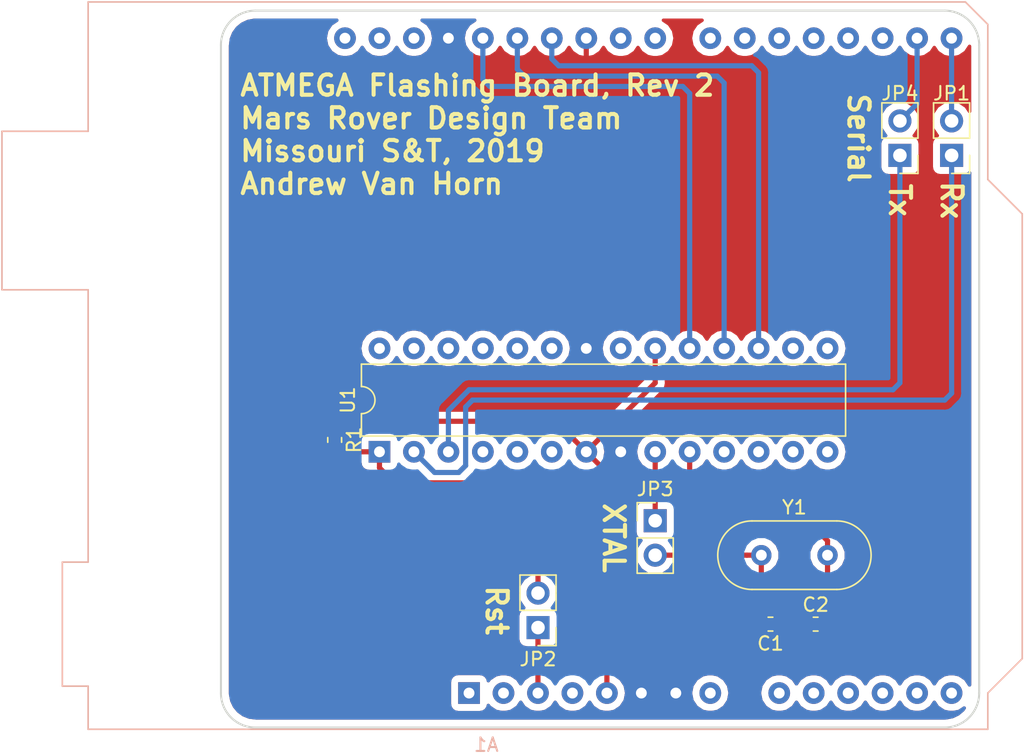
<source format=kicad_pcb>
(kicad_pcb (version 20171130) (host pcbnew "(5.0.2)-1")

  (general
    (thickness 1.6)
    (drawings 14)
    (tracks 67)
    (zones 0)
    (modules 10)
    (nets 52)
  )

  (page A4)
  (layers
    (0 F.Cu signal)
    (31 B.Cu signal)
    (32 B.Adhes user)
    (33 F.Adhes user)
    (34 B.Paste user)
    (35 F.Paste user)
    (36 B.SilkS user)
    (37 F.SilkS user)
    (38 B.Mask user)
    (39 F.Mask user)
    (40 Dwgs.User user)
    (41 Cmts.User user)
    (42 Eco1.User user)
    (43 Eco2.User user)
    (44 Edge.Cuts user)
    (45 Margin user)
    (46 B.CrtYd user)
    (47 F.CrtYd user)
    (48 B.Fab user)
    (49 F.Fab user)
  )

  (setup
    (last_trace_width 0.381)
    (user_trace_width 0.381)
    (trace_clearance 0.2)
    (zone_clearance 0.508)
    (zone_45_only no)
    (trace_min 0.2)
    (segment_width 0.2)
    (edge_width 0.15)
    (via_size 0.8)
    (via_drill 0.4)
    (via_min_size 0.4)
    (via_min_drill 0.3)
    (uvia_size 0.3)
    (uvia_drill 0.1)
    (uvias_allowed no)
    (uvia_min_size 0.2)
    (uvia_min_drill 0.1)
    (pcb_text_width 0.3)
    (pcb_text_size 1.5 1.5)
    (mod_edge_width 0.15)
    (mod_text_size 1 1)
    (mod_text_width 0.15)
    (pad_size 1.6 1.6)
    (pad_drill 0.8)
    (pad_to_mask_clearance 0.051)
    (solder_mask_min_width 0.25)
    (aux_axis_origin 0 0)
    (visible_elements 7FFFFFFF)
    (pcbplotparams
      (layerselection 0x010fc_ffffffff)
      (usegerberextensions false)
      (usegerberattributes false)
      (usegerberadvancedattributes false)
      (creategerberjobfile false)
      (excludeedgelayer true)
      (linewidth 0.100000)
      (plotframeref false)
      (viasonmask false)
      (mode 1)
      (useauxorigin false)
      (hpglpennumber 1)
      (hpglpenspeed 20)
      (hpglpendiameter 15.000000)
      (psnegative false)
      (psa4output false)
      (plotreference true)
      (plotvalue true)
      (plotinvisibletext false)
      (padsonsilk false)
      (subtractmaskfromsilk false)
      (outputformat 1)
      (mirror false)
      (drillshape 0)
      (scaleselection 1)
      (outputdirectory "Gerbs/"))
  )

  (net 0 "")
  (net 1 "Net-(A1-Pad32)")
  (net 2 "Net-(A1-Pad31)")
  (net 3 "Net-(A1-Pad1)")
  (net 4 "Net-(A1-Pad17)")
  (net 5 "Net-(A1-Pad2)")
  (net 6 "Net-(A1-Pad18)")
  (net 7 "Net-(A1-Pad3)")
  (net 8 "Net-(A1-Pad19)")
  (net 9 "Net-(A1-Pad4)")
  (net 10 "Net-(A1-Pad20)")
  (net 11 +5V)
  (net 12 "Net-(A1-Pad21)")
  (net 13 GND)
  (net 14 "Net-(A1-Pad22)")
  (net 15 "Net-(A1-Pad23)")
  (net 16 "Net-(A1-Pad8)")
  (net 17 "Net-(A1-Pad24)")
  (net 18 "Net-(A1-Pad9)")
  (net 19 Rst)
  (net 20 "Net-(A1-Pad10)")
  (net 21 "Net-(A1-Pad11)")
  (net 22 "Net-(A1-Pad12)")
  (net 23 "Net-(A1-Pad13)")
  (net 24 "Net-(A1-Pad14)")
  (net 25 "Net-(A1-Pad30)")
  (net 26 Rx)
  (net 27 Tx)
  (net 28 "Net-(C1-Pad2)")
  (net 29 "Net-(C2-Pad2)")
  (net 30 "Net-(JP1-Pad1)")
  (net 31 "Net-(JP3-Pad1)")
  (net 32 "Net-(U1-Pad15)")
  (net 33 "Net-(U1-Pad16)")
  (net 34 "Net-(U1-Pad4)")
  (net 35 "Net-(U1-Pad5)")
  (net 36 "Net-(U1-Pad6)")
  (net 37 "Net-(U1-Pad21)")
  (net 38 "Net-(U1-Pad23)")
  (net 39 "Net-(U1-Pad24)")
  (net 40 "Net-(U1-Pad11)")
  (net 41 "Net-(U1-Pad25)")
  (net 42 "Net-(U1-Pad12)")
  (net 43 "Net-(U1-Pad26)")
  (net 44 "Net-(U1-Pad13)")
  (net 45 "Net-(U1-Pad27)")
  (net 46 "Net-(U1-Pad14)")
  (net 47 "Net-(U1-Pad28)")
  (net 48 D11)
  (net 49 D12)
  (net 50 D13)
  (net 51 "Net-(JP4-Pad1)")

  (net_class Default "This is the default net class."
    (clearance 0.2)
    (trace_width 0.25)
    (via_dia 0.8)
    (via_drill 0.4)
    (uvia_dia 0.3)
    (uvia_drill 0.1)
    (add_net +5V)
    (add_net D11)
    (add_net D12)
    (add_net D13)
    (add_net GND)
    (add_net "Net-(A1-Pad1)")
    (add_net "Net-(A1-Pad10)")
    (add_net "Net-(A1-Pad11)")
    (add_net "Net-(A1-Pad12)")
    (add_net "Net-(A1-Pad13)")
    (add_net "Net-(A1-Pad14)")
    (add_net "Net-(A1-Pad17)")
    (add_net "Net-(A1-Pad18)")
    (add_net "Net-(A1-Pad19)")
    (add_net "Net-(A1-Pad2)")
    (add_net "Net-(A1-Pad20)")
    (add_net "Net-(A1-Pad21)")
    (add_net "Net-(A1-Pad22)")
    (add_net "Net-(A1-Pad23)")
    (add_net "Net-(A1-Pad24)")
    (add_net "Net-(A1-Pad3)")
    (add_net "Net-(A1-Pad30)")
    (add_net "Net-(A1-Pad31)")
    (add_net "Net-(A1-Pad32)")
    (add_net "Net-(A1-Pad4)")
    (add_net "Net-(A1-Pad8)")
    (add_net "Net-(A1-Pad9)")
    (add_net "Net-(C1-Pad2)")
    (add_net "Net-(C2-Pad2)")
    (add_net "Net-(JP1-Pad1)")
    (add_net "Net-(JP3-Pad1)")
    (add_net "Net-(JP4-Pad1)")
    (add_net "Net-(U1-Pad11)")
    (add_net "Net-(U1-Pad12)")
    (add_net "Net-(U1-Pad13)")
    (add_net "Net-(U1-Pad14)")
    (add_net "Net-(U1-Pad15)")
    (add_net "Net-(U1-Pad16)")
    (add_net "Net-(U1-Pad21)")
    (add_net "Net-(U1-Pad23)")
    (add_net "Net-(U1-Pad24)")
    (add_net "Net-(U1-Pad25)")
    (add_net "Net-(U1-Pad26)")
    (add_net "Net-(U1-Pad27)")
    (add_net "Net-(U1-Pad28)")
    (add_net "Net-(U1-Pad4)")
    (add_net "Net-(U1-Pad5)")
    (add_net "Net-(U1-Pad6)")
    (add_net Rst)
    (add_net Rx)
    (add_net Tx)
  )

  (module Resistor_SMD:R_0603_1608Metric_Pad1.05x0.95mm_HandSolder (layer F.Cu) (tedit 5B301BBD) (tstamp 5C851633)
    (at 149.098 100.725 270)
    (descr "Resistor SMD 0603 (1608 Metric), square (rectangular) end terminal, IPC_7351 nominal with elongated pad for handsoldering. (Body size source: http://www.tortai-tech.com/upload/download/2011102023233369053.pdf), generated with kicad-footprint-generator")
    (tags "resistor handsolder")
    (path /5C78C4FD)
    (attr smd)
    (fp_text reference R1 (at 0 -1.43 270) (layer F.SilkS)
      (effects (font (size 1 1) (thickness 0.15)))
    )
    (fp_text value 10k (at 0 1.43 270) (layer F.Fab)
      (effects (font (size 1 1) (thickness 0.15)))
    )
    (fp_line (start -0.8 0.4) (end -0.8 -0.4) (layer F.Fab) (width 0.1))
    (fp_line (start -0.8 -0.4) (end 0.8 -0.4) (layer F.Fab) (width 0.1))
    (fp_line (start 0.8 -0.4) (end 0.8 0.4) (layer F.Fab) (width 0.1))
    (fp_line (start 0.8 0.4) (end -0.8 0.4) (layer F.Fab) (width 0.1))
    (fp_line (start -0.171267 -0.51) (end 0.171267 -0.51) (layer F.SilkS) (width 0.12))
    (fp_line (start -0.171267 0.51) (end 0.171267 0.51) (layer F.SilkS) (width 0.12))
    (fp_line (start -1.65 0.73) (end -1.65 -0.73) (layer F.CrtYd) (width 0.05))
    (fp_line (start -1.65 -0.73) (end 1.65 -0.73) (layer F.CrtYd) (width 0.05))
    (fp_line (start 1.65 -0.73) (end 1.65 0.73) (layer F.CrtYd) (width 0.05))
    (fp_line (start 1.65 0.73) (end -1.65 0.73) (layer F.CrtYd) (width 0.05))
    (fp_text user %R (at 0 0 270) (layer F.Fab)
      (effects (font (size 0.4 0.4) (thickness 0.06)))
    )
    (pad 1 smd roundrect (at -0.875 0 270) (size 1.05 0.95) (layers F.Cu F.Paste F.Mask) (roundrect_rratio 0.25)
      (net 11 +5V))
    (pad 2 smd roundrect (at 0.875 0 270) (size 1.05 0.95) (layers F.Cu F.Paste F.Mask) (roundrect_rratio 0.25)
      (net 19 Rst))
    (model ${KISYS3DMOD}/Resistor_SMD.3dshapes/R_0603_1608Metric.wrl
      (at (xyz 0 0 0))
      (scale (xyz 1 1 1))
      (rotate (xyz 0 0 0))
    )
  )

  (module Module:Arduino_UNO_R3 (layer B.Cu) (tedit 58AB60FC) (tstamp 5C8515BE)
    (at 159 119.38)
    (descr "Arduino UNO R3, http://www.mouser.com/pdfdocs/Gravitech_Arduino_Nano3_0.pdf")
    (tags "Arduino UNO R3")
    (path /5C786824)
    (fp_text reference A1 (at 1.27 3.81 -180) (layer B.SilkS)
      (effects (font (size 1 1) (thickness 0.15)) (justify mirror))
    )
    (fp_text value Arduino_UNO_R3 (at 0 -22.86) (layer B.Fab)
      (effects (font (size 1 1) (thickness 0.15)) (justify mirror))
    )
    (fp_text user %R (at 0 -20.32 -180) (layer B.Fab)
      (effects (font (size 1 1) (thickness 0.15)) (justify mirror))
    )
    (fp_line (start 38.35 2.79) (end 38.35 0) (layer B.CrtYd) (width 0.05))
    (fp_line (start 38.35 0) (end 40.89 -2.54) (layer B.CrtYd) (width 0.05))
    (fp_line (start 40.89 -2.54) (end 40.89 -35.31) (layer B.CrtYd) (width 0.05))
    (fp_line (start 40.89 -35.31) (end 38.35 -37.85) (layer B.CrtYd) (width 0.05))
    (fp_line (start 38.35 -37.85) (end 38.35 -49.28) (layer B.CrtYd) (width 0.05))
    (fp_line (start 38.35 -49.28) (end 36.58 -51.05) (layer B.CrtYd) (width 0.05))
    (fp_line (start 36.58 -51.05) (end -28.19 -51.05) (layer B.CrtYd) (width 0.05))
    (fp_line (start -28.19 -51.05) (end -28.19 -41.53) (layer B.CrtYd) (width 0.05))
    (fp_line (start -28.19 -41.53) (end -34.54 -41.53) (layer B.CrtYd) (width 0.05))
    (fp_line (start -34.54 -41.53) (end -34.54 -29.59) (layer B.CrtYd) (width 0.05))
    (fp_line (start -34.54 -29.59) (end -28.19 -29.59) (layer B.CrtYd) (width 0.05))
    (fp_line (start -28.19 -29.59) (end -28.19 -9.78) (layer B.CrtYd) (width 0.05))
    (fp_line (start -28.19 -9.78) (end -30.1 -9.78) (layer B.CrtYd) (width 0.05))
    (fp_line (start -30.1 -9.78) (end -30.1 -0.38) (layer B.CrtYd) (width 0.05))
    (fp_line (start -30.1 -0.38) (end -28.19 -0.38) (layer B.CrtYd) (width 0.05))
    (fp_line (start -28.19 -0.38) (end -28.19 2.79) (layer B.CrtYd) (width 0.05))
    (fp_line (start -28.19 2.79) (end 38.35 2.79) (layer B.CrtYd) (width 0.05))
    (fp_line (start 40.77 -35.31) (end 40.77 -2.54) (layer B.SilkS) (width 0.12))
    (fp_line (start 40.77 -2.54) (end 38.23 0) (layer B.SilkS) (width 0.12))
    (fp_line (start 38.23 0) (end 38.23 2.67) (layer B.SilkS) (width 0.12))
    (fp_line (start 38.23 2.67) (end -28.07 2.67) (layer B.SilkS) (width 0.12))
    (fp_line (start -28.07 2.67) (end -28.07 -0.51) (layer B.SilkS) (width 0.12))
    (fp_line (start -28.07 -0.51) (end -29.97 -0.51) (layer B.SilkS) (width 0.12))
    (fp_line (start -29.97 -0.51) (end -29.97 -9.65) (layer B.SilkS) (width 0.12))
    (fp_line (start -29.97 -9.65) (end -28.07 -9.65) (layer B.SilkS) (width 0.12))
    (fp_line (start -28.07 -9.65) (end -28.07 -29.72) (layer B.SilkS) (width 0.12))
    (fp_line (start -28.07 -29.72) (end -34.42 -29.72) (layer B.SilkS) (width 0.12))
    (fp_line (start -34.42 -29.72) (end -34.42 -41.4) (layer B.SilkS) (width 0.12))
    (fp_line (start -34.42 -41.4) (end -28.07 -41.4) (layer B.SilkS) (width 0.12))
    (fp_line (start -28.07 -41.4) (end -28.07 -50.93) (layer B.SilkS) (width 0.12))
    (fp_line (start -28.07 -50.93) (end 36.58 -50.93) (layer B.SilkS) (width 0.12))
    (fp_line (start 36.58 -50.93) (end 38.23 -49.28) (layer B.SilkS) (width 0.12))
    (fp_line (start 38.23 -49.28) (end 38.23 -37.85) (layer B.SilkS) (width 0.12))
    (fp_line (start 38.23 -37.85) (end 40.77 -35.31) (layer B.SilkS) (width 0.12))
    (fp_line (start -34.29 -29.84) (end -18.41 -29.84) (layer B.Fab) (width 0.1))
    (fp_line (start -18.41 -29.84) (end -18.41 -41.27) (layer B.Fab) (width 0.1))
    (fp_line (start -18.41 -41.27) (end -34.29 -41.27) (layer B.Fab) (width 0.1))
    (fp_line (start -34.29 -41.27) (end -34.29 -29.84) (layer B.Fab) (width 0.1))
    (fp_line (start -29.84 -0.64) (end -16.51 -0.64) (layer B.Fab) (width 0.1))
    (fp_line (start -16.51 -0.64) (end -16.51 -9.53) (layer B.Fab) (width 0.1))
    (fp_line (start -16.51 -9.53) (end -29.84 -9.53) (layer B.Fab) (width 0.1))
    (fp_line (start -29.84 -9.53) (end -29.84 -0.64) (layer B.Fab) (width 0.1))
    (fp_line (start 38.1 -37.85) (end 38.1 -49.28) (layer B.Fab) (width 0.1))
    (fp_line (start 40.64 -2.54) (end 40.64 -35.31) (layer B.Fab) (width 0.1))
    (fp_line (start 40.64 -35.31) (end 38.1 -37.85) (layer B.Fab) (width 0.1))
    (fp_line (start 38.1 2.54) (end 38.1 0) (layer B.Fab) (width 0.1))
    (fp_line (start 38.1 0) (end 40.64 -2.54) (layer B.Fab) (width 0.1))
    (fp_line (start 38.1 -49.28) (end 36.58 -50.8) (layer B.Fab) (width 0.1))
    (fp_line (start 36.58 -50.8) (end -27.94 -50.8) (layer B.Fab) (width 0.1))
    (fp_line (start -27.94 -50.8) (end -27.94 2.54) (layer B.Fab) (width 0.1))
    (fp_line (start -27.94 2.54) (end 38.1 2.54) (layer B.Fab) (width 0.1))
    (pad 32 thru_hole oval (at -9.14 -48.26 270) (size 1.6 1.6) (drill 0.8) (layers *.Cu *.Mask)
      (net 1 "Net-(A1-Pad32)"))
    (pad 31 thru_hole oval (at -6.6 -48.26 270) (size 1.6 1.6) (drill 0.8) (layers *.Cu *.Mask)
      (net 2 "Net-(A1-Pad31)"))
    (pad 1 thru_hole rect (at 0 0 270) (size 1.6 1.6) (drill 0.8) (layers *.Cu *.Mask)
      (net 3 "Net-(A1-Pad1)"))
    (pad 17 thru_hole oval (at 30.48 -48.26 270) (size 1.6 1.6) (drill 0.8) (layers *.Cu *.Mask)
      (net 4 "Net-(A1-Pad17)"))
    (pad 2 thru_hole oval (at 2.54 0 270) (size 1.6 1.6) (drill 0.8) (layers *.Cu *.Mask)
      (net 5 "Net-(A1-Pad2)"))
    (pad 18 thru_hole oval (at 27.94 -48.26 270) (size 1.6 1.6) (drill 0.8) (layers *.Cu *.Mask)
      (net 6 "Net-(A1-Pad18)"))
    (pad 3 thru_hole oval (at 5.08 0 270) (size 1.6 1.6) (drill 0.8) (layers *.Cu *.Mask)
      (net 7 "Net-(A1-Pad3)"))
    (pad 19 thru_hole oval (at 25.4 -48.26 270) (size 1.6 1.6) (drill 0.8) (layers *.Cu *.Mask)
      (net 8 "Net-(A1-Pad19)"))
    (pad 4 thru_hole oval (at 7.62 0 270) (size 1.6 1.6) (drill 0.8) (layers *.Cu *.Mask)
      (net 9 "Net-(A1-Pad4)"))
    (pad 20 thru_hole oval (at 22.86 -48.26 270) (size 1.6 1.6) (drill 0.8) (layers *.Cu *.Mask)
      (net 10 "Net-(A1-Pad20)"))
    (pad 5 thru_hole oval (at 10.16 0 270) (size 1.6 1.6) (drill 0.8) (layers *.Cu *.Mask)
      (net 11 +5V))
    (pad 21 thru_hole oval (at 20.32 -48.26 270) (size 1.6 1.6) (drill 0.8) (layers *.Cu *.Mask)
      (net 12 "Net-(A1-Pad21)"))
    (pad 6 thru_hole oval (at 12.7 0 270) (size 1.6 1.6) (drill 0.8) (layers *.Cu *.Mask)
      (net 13 GND))
    (pad 22 thru_hole oval (at 17.78 -48.26 270) (size 1.6 1.6) (drill 0.8) (layers *.Cu *.Mask)
      (net 14 "Net-(A1-Pad22)"))
    (pad 7 thru_hole oval (at 15.24 0 270) (size 1.6 1.6) (drill 0.8) (layers *.Cu *.Mask)
      (net 13 GND))
    (pad 23 thru_hole oval (at 13.72 -48.26 270) (size 1.6 1.6) (drill 0.8) (layers *.Cu *.Mask)
      (net 15 "Net-(A1-Pad23)"))
    (pad 8 thru_hole oval (at 17.78 0 270) (size 1.6 1.6) (drill 0.8) (layers *.Cu *.Mask)
      (net 16 "Net-(A1-Pad8)"))
    (pad 24 thru_hole oval (at 11.18 -48.26 270) (size 1.6 1.6) (drill 0.8) (layers *.Cu *.Mask)
      (net 17 "Net-(A1-Pad24)"))
    (pad 9 thru_hole oval (at 22.86 0 270) (size 1.6 1.6) (drill 0.8) (layers *.Cu *.Mask)
      (net 18 "Net-(A1-Pad9)"))
    (pad 25 thru_hole oval (at 8.64 -48.26 270) (size 1.6 1.6) (drill 0.8) (layers *.Cu *.Mask)
      (net 19 Rst))
    (pad 10 thru_hole oval (at 25.4 0 270) (size 1.6 1.6) (drill 0.8) (layers *.Cu *.Mask)
      (net 20 "Net-(A1-Pad10)"))
    (pad 26 thru_hole oval (at 6.1 -48.26 270) (size 1.6 1.6) (drill 0.8) (layers *.Cu *.Mask)
      (net 48 D11))
    (pad 11 thru_hole oval (at 27.94 0 270) (size 1.6 1.6) (drill 0.8) (layers *.Cu *.Mask)
      (net 21 "Net-(A1-Pad11)"))
    (pad 27 thru_hole oval (at 3.56 -48.26 270) (size 1.6 1.6) (drill 0.8) (layers *.Cu *.Mask)
      (net 49 D12))
    (pad 12 thru_hole oval (at 30.48 0 270) (size 1.6 1.6) (drill 0.8) (layers *.Cu *.Mask)
      (net 22 "Net-(A1-Pad12)"))
    (pad 28 thru_hole oval (at 1.02 -48.26 270) (size 1.6 1.6) (drill 0.8) (layers *.Cu *.Mask)
      (net 50 D13))
    (pad 13 thru_hole oval (at 33.02 0 270) (size 1.6 1.6) (drill 0.8) (layers *.Cu *.Mask)
      (net 23 "Net-(A1-Pad13)"))
    (pad 29 thru_hole oval (at -1.52 -48.26 270) (size 1.6 1.6) (drill 0.8) (layers *.Cu *.Mask)
      (net 13 GND))
    (pad 14 thru_hole oval (at 35.56 0 270) (size 1.6 1.6) (drill 0.8) (layers *.Cu *.Mask)
      (net 24 "Net-(A1-Pad14)"))
    (pad 30 thru_hole oval (at -4.06 -48.26 270) (size 1.6 1.6) (drill 0.8) (layers *.Cu *.Mask)
      (net 25 "Net-(A1-Pad30)"))
    (pad 15 thru_hole oval (at 35.56 -48.26 270) (size 1.6 1.6) (drill 0.8) (layers *.Cu *.Mask)
      (net 26 Rx))
    (pad 16 thru_hole oval (at 33.02 -48.26 270) (size 1.6 1.6) (drill 0.8) (layers *.Cu *.Mask)
      (net 27 Tx))
    (model ${KISYS3DMOD}/Module.3dshapes/Arduino_UNO_R3.wrl
      (at (xyz 0 0 0))
      (scale (xyz 1 1 1))
      (rotate (xyz 0 0 0))
    )
  )

  (module Capacitor_SMD:C_0603_1608Metric_Pad1.05x0.95mm_HandSolder (layer F.Cu) (tedit 5B301BBE) (tstamp 5C8515CF)
    (at 181.215 114.3 180)
    (descr "Capacitor SMD 0603 (1608 Metric), square (rectangular) end terminal, IPC_7351 nominal with elongated pad for handsoldering. (Body size source: http://www.tortai-tech.com/upload/download/2011102023233369053.pdf), generated with kicad-footprint-generator")
    (tags "capacitor handsolder")
    (path /5C786A4A)
    (attr smd)
    (fp_text reference C1 (at 0 -1.43 180) (layer F.SilkS)
      (effects (font (size 1 1) (thickness 0.15)))
    )
    (fp_text value 20pF (at 0 1.43 180) (layer F.Fab)
      (effects (font (size 1 1) (thickness 0.15)))
    )
    (fp_line (start -0.8 0.4) (end -0.8 -0.4) (layer F.Fab) (width 0.1))
    (fp_line (start -0.8 -0.4) (end 0.8 -0.4) (layer F.Fab) (width 0.1))
    (fp_line (start 0.8 -0.4) (end 0.8 0.4) (layer F.Fab) (width 0.1))
    (fp_line (start 0.8 0.4) (end -0.8 0.4) (layer F.Fab) (width 0.1))
    (fp_line (start -0.171267 -0.51) (end 0.171267 -0.51) (layer F.SilkS) (width 0.12))
    (fp_line (start -0.171267 0.51) (end 0.171267 0.51) (layer F.SilkS) (width 0.12))
    (fp_line (start -1.65 0.73) (end -1.65 -0.73) (layer F.CrtYd) (width 0.05))
    (fp_line (start -1.65 -0.73) (end 1.65 -0.73) (layer F.CrtYd) (width 0.05))
    (fp_line (start 1.65 -0.73) (end 1.65 0.73) (layer F.CrtYd) (width 0.05))
    (fp_line (start 1.65 0.73) (end -1.65 0.73) (layer F.CrtYd) (width 0.05))
    (fp_text user %R (at 0 0 180) (layer F.Fab)
      (effects (font (size 0.4 0.4) (thickness 0.06)))
    )
    (pad 1 smd roundrect (at -0.875 0 180) (size 1.05 0.95) (layers F.Cu F.Paste F.Mask) (roundrect_rratio 0.25)
      (net 13 GND))
    (pad 2 smd roundrect (at 0.875 0 180) (size 1.05 0.95) (layers F.Cu F.Paste F.Mask) (roundrect_rratio 0.25)
      (net 28 "Net-(C1-Pad2)"))
    (model ${KISYS3DMOD}/Capacitor_SMD.3dshapes/C_0603_1608Metric.wrl
      (at (xyz 0 0 0))
      (scale (xyz 1 1 1))
      (rotate (xyz 0 0 0))
    )
  )

  (module Capacitor_SMD:C_0603_1608Metric_Pad1.05x0.95mm_HandSolder (layer F.Cu) (tedit 5B301BBE) (tstamp 5C8515E0)
    (at 184.545 114.3)
    (descr "Capacitor SMD 0603 (1608 Metric), square (rectangular) end terminal, IPC_7351 nominal with elongated pad for handsoldering. (Body size source: http://www.tortai-tech.com/upload/download/2011102023233369053.pdf), generated with kicad-footprint-generator")
    (tags "capacitor handsolder")
    (path /5C786AA9)
    (attr smd)
    (fp_text reference C2 (at 0 -1.43) (layer F.SilkS)
      (effects (font (size 1 1) (thickness 0.15)))
    )
    (fp_text value 20pF (at 0 1.43) (layer F.Fab)
      (effects (font (size 1 1) (thickness 0.15)))
    )
    (fp_text user %R (at 0 0) (layer F.Fab)
      (effects (font (size 0.4 0.4) (thickness 0.06)))
    )
    (fp_line (start 1.65 0.73) (end -1.65 0.73) (layer F.CrtYd) (width 0.05))
    (fp_line (start 1.65 -0.73) (end 1.65 0.73) (layer F.CrtYd) (width 0.05))
    (fp_line (start -1.65 -0.73) (end 1.65 -0.73) (layer F.CrtYd) (width 0.05))
    (fp_line (start -1.65 0.73) (end -1.65 -0.73) (layer F.CrtYd) (width 0.05))
    (fp_line (start -0.171267 0.51) (end 0.171267 0.51) (layer F.SilkS) (width 0.12))
    (fp_line (start -0.171267 -0.51) (end 0.171267 -0.51) (layer F.SilkS) (width 0.12))
    (fp_line (start 0.8 0.4) (end -0.8 0.4) (layer F.Fab) (width 0.1))
    (fp_line (start 0.8 -0.4) (end 0.8 0.4) (layer F.Fab) (width 0.1))
    (fp_line (start -0.8 -0.4) (end 0.8 -0.4) (layer F.Fab) (width 0.1))
    (fp_line (start -0.8 0.4) (end -0.8 -0.4) (layer F.Fab) (width 0.1))
    (pad 2 smd roundrect (at 0.875 0) (size 1.05 0.95) (layers F.Cu F.Paste F.Mask) (roundrect_rratio 0.25)
      (net 29 "Net-(C2-Pad2)"))
    (pad 1 smd roundrect (at -0.875 0) (size 1.05 0.95) (layers F.Cu F.Paste F.Mask) (roundrect_rratio 0.25)
      (net 13 GND))
    (model ${KISYS3DMOD}/Capacitor_SMD.3dshapes/C_0603_1608Metric.wrl
      (at (xyz 0 0 0))
      (scale (xyz 1 1 1))
      (rotate (xyz 0 0 0))
    )
  )

  (module Connector_PinHeader_2.54mm:PinHeader_1x02_P2.54mm_Vertical (layer F.Cu) (tedit 59FED5CC) (tstamp 5C8515F6)
    (at 194.564 79.756 180)
    (descr "Through hole straight pin header, 1x02, 2.54mm pitch, single row")
    (tags "Through hole pin header THT 1x02 2.54mm single row")
    (path /5C7904D9)
    (fp_text reference JP1 (at 0 4.572 180) (layer F.SilkS)
      (effects (font (size 1 1) (thickness 0.15)))
    )
    (fp_text value Jumper (at 0 4.87 180) (layer F.Fab)
      (effects (font (size 1 1) (thickness 0.15)))
    )
    (fp_text user %R (at 0 1.27 270) (layer F.Fab)
      (effects (font (size 1 1) (thickness 0.15)))
    )
    (fp_line (start 1.8 -1.8) (end -1.8 -1.8) (layer F.CrtYd) (width 0.05))
    (fp_line (start 1.8 4.35) (end 1.8 -1.8) (layer F.CrtYd) (width 0.05))
    (fp_line (start -1.8 4.35) (end 1.8 4.35) (layer F.CrtYd) (width 0.05))
    (fp_line (start -1.8 -1.8) (end -1.8 4.35) (layer F.CrtYd) (width 0.05))
    (fp_line (start -1.33 -1.33) (end 0 -1.33) (layer F.SilkS) (width 0.12))
    (fp_line (start -1.33 0) (end -1.33 -1.33) (layer F.SilkS) (width 0.12))
    (fp_line (start -1.33 1.27) (end 1.33 1.27) (layer F.SilkS) (width 0.12))
    (fp_line (start 1.33 1.27) (end 1.33 3.87) (layer F.SilkS) (width 0.12))
    (fp_line (start -1.33 1.27) (end -1.33 3.87) (layer F.SilkS) (width 0.12))
    (fp_line (start -1.33 3.87) (end 1.33 3.87) (layer F.SilkS) (width 0.12))
    (fp_line (start -1.27 -0.635) (end -0.635 -1.27) (layer F.Fab) (width 0.1))
    (fp_line (start -1.27 3.81) (end -1.27 -0.635) (layer F.Fab) (width 0.1))
    (fp_line (start 1.27 3.81) (end -1.27 3.81) (layer F.Fab) (width 0.1))
    (fp_line (start 1.27 -1.27) (end 1.27 3.81) (layer F.Fab) (width 0.1))
    (fp_line (start -0.635 -1.27) (end 1.27 -1.27) (layer F.Fab) (width 0.1))
    (pad 2 thru_hole oval (at 0 2.54 180) (size 1.7 1.7) (drill 1) (layers *.Cu *.Mask)
      (net 26 Rx))
    (pad 1 thru_hole rect (at 0 0 180) (size 1.7 1.7) (drill 1) (layers *.Cu *.Mask)
      (net 30 "Net-(JP1-Pad1)"))
    (model ${KISYS3DMOD}/Connector_PinHeader_2.54mm.3dshapes/PinHeader_1x02_P2.54mm_Vertical.wrl
      (at (xyz 0 0 0))
      (scale (xyz 1 1 1))
      (rotate (xyz 0 0 0))
    )
  )

  (module Connector_PinHeader_2.54mm:PinHeader_1x02_P2.54mm_Vertical (layer F.Cu) (tedit 59FED5CC) (tstamp 5C85160C)
    (at 164.084 114.554 180)
    (descr "Through hole straight pin header, 1x02, 2.54mm pitch, single row")
    (tags "Through hole pin header THT 1x02 2.54mm single row")
    (path /5C791F39)
    (fp_text reference JP2 (at 0 -2.33 180) (layer F.SilkS)
      (effects (font (size 1 1) (thickness 0.15)))
    )
    (fp_text value Jumper (at 0 4.87 180) (layer F.Fab)
      (effects (font (size 1 1) (thickness 0.15)))
    )
    (fp_line (start -0.635 -1.27) (end 1.27 -1.27) (layer F.Fab) (width 0.1))
    (fp_line (start 1.27 -1.27) (end 1.27 3.81) (layer F.Fab) (width 0.1))
    (fp_line (start 1.27 3.81) (end -1.27 3.81) (layer F.Fab) (width 0.1))
    (fp_line (start -1.27 3.81) (end -1.27 -0.635) (layer F.Fab) (width 0.1))
    (fp_line (start -1.27 -0.635) (end -0.635 -1.27) (layer F.Fab) (width 0.1))
    (fp_line (start -1.33 3.87) (end 1.33 3.87) (layer F.SilkS) (width 0.12))
    (fp_line (start -1.33 1.27) (end -1.33 3.87) (layer F.SilkS) (width 0.12))
    (fp_line (start 1.33 1.27) (end 1.33 3.87) (layer F.SilkS) (width 0.12))
    (fp_line (start -1.33 1.27) (end 1.33 1.27) (layer F.SilkS) (width 0.12))
    (fp_line (start -1.33 0) (end -1.33 -1.33) (layer F.SilkS) (width 0.12))
    (fp_line (start -1.33 -1.33) (end 0 -1.33) (layer F.SilkS) (width 0.12))
    (fp_line (start -1.8 -1.8) (end -1.8 4.35) (layer F.CrtYd) (width 0.05))
    (fp_line (start -1.8 4.35) (end 1.8 4.35) (layer F.CrtYd) (width 0.05))
    (fp_line (start 1.8 4.35) (end 1.8 -1.8) (layer F.CrtYd) (width 0.05))
    (fp_line (start 1.8 -1.8) (end -1.8 -1.8) (layer F.CrtYd) (width 0.05))
    (fp_text user %R (at 0 1.27 270) (layer F.Fab)
      (effects (font (size 1 1) (thickness 0.15)))
    )
    (pad 1 thru_hole rect (at 0 0 180) (size 1.7 1.7) (drill 1) (layers *.Cu *.Mask)
      (net 7 "Net-(A1-Pad3)"))
    (pad 2 thru_hole oval (at 0 2.54 180) (size 1.7 1.7) (drill 1) (layers *.Cu *.Mask)
      (net 19 Rst))
    (model ${KISYS3DMOD}/Connector_PinHeader_2.54mm.3dshapes/PinHeader_1x02_P2.54mm_Vertical.wrl
      (at (xyz 0 0 0))
      (scale (xyz 1 1 1))
      (rotate (xyz 0 0 0))
    )
  )

  (module Connector_PinHeader_2.54mm:PinHeader_1x02_P2.54mm_Vertical (layer F.Cu) (tedit 59FED5CC) (tstamp 5C851622)
    (at 172.72 106.68)
    (descr "Through hole straight pin header, 1x02, 2.54mm pitch, single row")
    (tags "Through hole pin header THT 1x02 2.54mm single row")
    (path /5C78D9E4)
    (fp_text reference JP3 (at 0 -2.33) (layer F.SilkS)
      (effects (font (size 1 1) (thickness 0.15)))
    )
    (fp_text value Jumper (at 0 4.87) (layer F.Fab)
      (effects (font (size 1 1) (thickness 0.15)))
    )
    (fp_line (start -0.635 -1.27) (end 1.27 -1.27) (layer F.Fab) (width 0.1))
    (fp_line (start 1.27 -1.27) (end 1.27 3.81) (layer F.Fab) (width 0.1))
    (fp_line (start 1.27 3.81) (end -1.27 3.81) (layer F.Fab) (width 0.1))
    (fp_line (start -1.27 3.81) (end -1.27 -0.635) (layer F.Fab) (width 0.1))
    (fp_line (start -1.27 -0.635) (end -0.635 -1.27) (layer F.Fab) (width 0.1))
    (fp_line (start -1.33 3.87) (end 1.33 3.87) (layer F.SilkS) (width 0.12))
    (fp_line (start -1.33 1.27) (end -1.33 3.87) (layer F.SilkS) (width 0.12))
    (fp_line (start 1.33 1.27) (end 1.33 3.87) (layer F.SilkS) (width 0.12))
    (fp_line (start -1.33 1.27) (end 1.33 1.27) (layer F.SilkS) (width 0.12))
    (fp_line (start -1.33 0) (end -1.33 -1.33) (layer F.SilkS) (width 0.12))
    (fp_line (start -1.33 -1.33) (end 0 -1.33) (layer F.SilkS) (width 0.12))
    (fp_line (start -1.8 -1.8) (end -1.8 4.35) (layer F.CrtYd) (width 0.05))
    (fp_line (start -1.8 4.35) (end 1.8 4.35) (layer F.CrtYd) (width 0.05))
    (fp_line (start 1.8 4.35) (end 1.8 -1.8) (layer F.CrtYd) (width 0.05))
    (fp_line (start 1.8 -1.8) (end -1.8 -1.8) (layer F.CrtYd) (width 0.05))
    (fp_text user %R (at 0 1.27 90) (layer F.Fab)
      (effects (font (size 1 1) (thickness 0.15)))
    )
    (pad 1 thru_hole rect (at 0 0) (size 1.7 1.7) (drill 1) (layers *.Cu *.Mask)
      (net 31 "Net-(JP3-Pad1)"))
    (pad 2 thru_hole oval (at 0 2.54) (size 1.7 1.7) (drill 1) (layers *.Cu *.Mask)
      (net 28 "Net-(C1-Pad2)"))
    (model ${KISYS3DMOD}/Connector_PinHeader_2.54mm.3dshapes/PinHeader_1x02_P2.54mm_Vertical.wrl
      (at (xyz 0 0 0))
      (scale (xyz 1 1 1))
      (rotate (xyz 0 0 0))
    )
  )

  (module Package_DIP:DIP-28_W7.62mm (layer F.Cu) (tedit 5ED459CB) (tstamp 5C851663)
    (at 152.4 101.6 90)
    (descr "28-lead though-hole mounted DIP package, row spacing 7.62 mm (300 mils)")
    (tags "THT DIP DIL PDIP 2.54mm 7.62mm 300mil")
    (path /5C786969)
    (fp_text reference U1 (at 3.81 -2.33 90) (layer F.SilkS)
      (effects (font (size 1 1) (thickness 0.15)))
    )
    (fp_text value ATmega328-PU (at 3.81 35.35 90) (layer F.Fab)
      (effects (font (size 1 1) (thickness 0.15)))
    )
    (fp_arc (start 3.81 -1.33) (end 2.81 -1.33) (angle -180) (layer F.SilkS) (width 0.12))
    (fp_line (start 1.635 -1.27) (end 6.985 -1.27) (layer F.Fab) (width 0.1))
    (fp_line (start 6.985 -1.27) (end 6.985 34.29) (layer F.Fab) (width 0.1))
    (fp_line (start 6.985 34.29) (end 0.635 34.29) (layer F.Fab) (width 0.1))
    (fp_line (start 0.635 34.29) (end 0.635 -0.27) (layer F.Fab) (width 0.1))
    (fp_line (start 0.635 -0.27) (end 1.635 -1.27) (layer F.Fab) (width 0.1))
    (fp_line (start 2.81 -1.33) (end 1.16 -1.33) (layer F.SilkS) (width 0.12))
    (fp_line (start 1.16 -1.33) (end 1.16 34.35) (layer F.SilkS) (width 0.12))
    (fp_line (start 1.16 34.35) (end 6.46 34.35) (layer F.SilkS) (width 0.12))
    (fp_line (start 6.46 34.35) (end 6.46 -1.33) (layer F.SilkS) (width 0.12))
    (fp_line (start 6.46 -1.33) (end 4.81 -1.33) (layer F.SilkS) (width 0.12))
    (fp_line (start -1.1 -1.55) (end -1.1 34.55) (layer F.CrtYd) (width 0.05))
    (fp_line (start -1.1 34.55) (end 8.7 34.55) (layer F.CrtYd) (width 0.05))
    (fp_line (start 8.7 34.55) (end 8.7 -1.55) (layer F.CrtYd) (width 0.05))
    (fp_line (start 8.7 -1.55) (end -1.1 -1.55) (layer F.CrtYd) (width 0.05))
    (fp_text user %R (at 3.81 16.51 90) (layer F.Fab)
      (effects (font (size 1 1) (thickness 0.15)))
    )
    (pad 1 thru_hole rect (at 0 0 90) (size 1.6 1.6) (drill 0.8) (layers *.Cu *.Mask)
      (net 19 Rst))
    (pad 15 thru_hole oval (at 7.62 33.02 90) (size 1.6 1.6) (drill 0.8) (layers *.Cu *.Mask)
      (net 32 "Net-(U1-Pad15)"))
    (pad 2 thru_hole oval (at 0 2.54 90) (size 1.6 1.6) (drill 0.8) (layers *.Cu *.Mask)
      (net 30 "Net-(JP1-Pad1)"))
    (pad 16 thru_hole oval (at 7.62 30.48 90) (size 1.6 1.6) (drill 0.8) (layers *.Cu *.Mask)
      (net 33 "Net-(U1-Pad16)"))
    (pad 3 thru_hole oval (at 0 5.08 90) (size 1.6 1.6) (drill 0.8) (layers *.Cu *.Mask)
      (net 51 "Net-(JP4-Pad1)"))
    (pad 17 thru_hole oval (at 7.62 27.94 90) (size 1.6 1.6) (drill 0.8) (layers *.Cu *.Mask)
      (net 48 D11))
    (pad 4 thru_hole oval (at 0 7.62 90) (size 1.6 1.6) (drill 0.8) (layers *.Cu *.Mask)
      (net 34 "Net-(U1-Pad4)"))
    (pad 18 thru_hole oval (at 7.62 25.4 90) (size 1.6 1.6) (drill 0.8) (layers *.Cu *.Mask)
      (net 49 D12))
    (pad 5 thru_hole oval (at 0 10.16 90) (size 1.6 1.6) (drill 0.8) (layers *.Cu *.Mask)
      (net 35 "Net-(U1-Pad5)"))
    (pad 19 thru_hole oval (at 7.62 22.86 90) (size 1.6 1.6) (drill 0.8) (layers *.Cu *.Mask)
      (net 50 D13))
    (pad 6 thru_hole oval (at 0 12.7 90) (size 1.6 1.6) (drill 0.8) (layers *.Cu *.Mask)
      (net 36 "Net-(U1-Pad6)"))
    (pad 20 thru_hole oval (at 7.62 20.32 90) (size 1.6 1.6) (drill 0.8) (layers *.Cu *.Mask)
      (net 11 +5V))
    (pad 7 thru_hole oval (at 0 15.24 90) (size 1.6 1.6) (drill 0.8) (layers *.Cu *.Mask)
      (net 11 +5V))
    (pad 21 thru_hole oval (at 7.62 17.78 90) (size 1.6 1.6) (drill 0.8) (layers *.Cu *.Mask)
      (net 37 "Net-(U1-Pad21)"))
    (pad 8 thru_hole oval (at 0 17.78 90) (size 1.6 1.6) (drill 0.8) (layers *.Cu *.Mask)
      (net 13 GND))
    (pad 22 thru_hole oval (at 7.62 15.24 90) (size 1.6 1.6) (drill 0.8) (layers *.Cu *.Mask)
      (net 13 GND))
    (pad 9 thru_hole oval (at 0 20.32 90) (size 1.6 1.6) (drill 0.8) (layers *.Cu *.Mask)
      (net 31 "Net-(JP3-Pad1)"))
    (pad 23 thru_hole oval (at 7.62 12.7 90) (size 1.6 1.6) (drill 0.8) (layers *.Cu *.Mask)
      (net 38 "Net-(U1-Pad23)"))
    (pad 10 thru_hole oval (at 0 22.86 90) (size 1.6 1.6) (drill 0.8) (layers *.Cu *.Mask)
      (net 29 "Net-(C2-Pad2)"))
    (pad 24 thru_hole oval (at 7.62 10.16 90) (size 1.6 1.6) (drill 0.8) (layers *.Cu *.Mask)
      (net 39 "Net-(U1-Pad24)"))
    (pad 11 thru_hole oval (at 0 25.4 90) (size 1.6 1.6) (drill 0.8) (layers *.Cu *.Mask)
      (net 40 "Net-(U1-Pad11)"))
    (pad 25 thru_hole oval (at 7.62 7.62 90) (size 1.6 1.6) (drill 0.8) (layers *.Cu *.Mask)
      (net 41 "Net-(U1-Pad25)"))
    (pad 12 thru_hole oval (at 0 27.94 90) (size 1.6 1.6) (drill 0.8) (layers *.Cu *.Mask)
      (net 42 "Net-(U1-Pad12)"))
    (pad 26 thru_hole oval (at 7.62 5.08 90) (size 1.6 1.6) (drill 0.8) (layers *.Cu *.Mask)
      (net 43 "Net-(U1-Pad26)"))
    (pad 13 thru_hole oval (at 0 30.48 90) (size 1.6 1.6) (drill 0.8) (layers *.Cu *.Mask)
      (net 44 "Net-(U1-Pad13)"))
    (pad 27 thru_hole oval (at 7.62 2.54 90) (size 1.6 1.6) (drill 0.8) (layers *.Cu *.Mask)
      (net 45 "Net-(U1-Pad27)"))
    (pad 14 thru_hole oval (at 0 33.02 90) (size 1.6 1.6) (drill 0.8) (layers *.Cu *.Mask)
      (net 46 "Net-(U1-Pad14)"))
    (pad 28 thru_hole oval (at 7.62 0 90) (size 1.6 1.6) (drill 0.8) (layers *.Cu *.Mask)
      (net 47 "Net-(U1-Pad28)"))
    (model ${KISYS3DMOD}/Package_DIP.3dshapes/DIP-28_W7.62mm.wrl
      (at (xyz 0 0 0))
      (scale (xyz 1 1 1))
      (rotate (xyz 0 0 0))
    )
  )

  (module Crystal:Crystal_HC49-U_Vertical (layer F.Cu) (tedit 5A1AD3B8) (tstamp 5C85167A)
    (at 180.54 109.22)
    (descr "Crystal THT HC-49/U http://5hertz.com/pdfs/04404_D.pdf")
    (tags "THT crystalHC-49/U")
    (path /5C78687D)
    (fp_text reference Y1 (at 2.44 -3.525) (layer F.SilkS)
      (effects (font (size 1 1) (thickness 0.15)))
    )
    (fp_text value 16MHz (at 2.44 3.525) (layer F.Fab)
      (effects (font (size 1 1) (thickness 0.15)))
    )
    (fp_text user %R (at 2.44 0) (layer F.Fab)
      (effects (font (size 1 1) (thickness 0.15)))
    )
    (fp_line (start -0.685 -2.325) (end 5.565 -2.325) (layer F.Fab) (width 0.1))
    (fp_line (start -0.685 2.325) (end 5.565 2.325) (layer F.Fab) (width 0.1))
    (fp_line (start -0.56 -2) (end 5.44 -2) (layer F.Fab) (width 0.1))
    (fp_line (start -0.56 2) (end 5.44 2) (layer F.Fab) (width 0.1))
    (fp_line (start -0.685 -2.525) (end 5.565 -2.525) (layer F.SilkS) (width 0.12))
    (fp_line (start -0.685 2.525) (end 5.565 2.525) (layer F.SilkS) (width 0.12))
    (fp_line (start -3.5 -2.8) (end -3.5 2.8) (layer F.CrtYd) (width 0.05))
    (fp_line (start -3.5 2.8) (end 8.4 2.8) (layer F.CrtYd) (width 0.05))
    (fp_line (start 8.4 2.8) (end 8.4 -2.8) (layer F.CrtYd) (width 0.05))
    (fp_line (start 8.4 -2.8) (end -3.5 -2.8) (layer F.CrtYd) (width 0.05))
    (fp_arc (start -0.685 0) (end -0.685 -2.325) (angle -180) (layer F.Fab) (width 0.1))
    (fp_arc (start 5.565 0) (end 5.565 -2.325) (angle 180) (layer F.Fab) (width 0.1))
    (fp_arc (start -0.56 0) (end -0.56 -2) (angle -180) (layer F.Fab) (width 0.1))
    (fp_arc (start 5.44 0) (end 5.44 -2) (angle 180) (layer F.Fab) (width 0.1))
    (fp_arc (start -0.685 0) (end -0.685 -2.525) (angle -180) (layer F.SilkS) (width 0.12))
    (fp_arc (start 5.565 0) (end 5.565 -2.525) (angle 180) (layer F.SilkS) (width 0.12))
    (pad 1 thru_hole circle (at 0 0) (size 1.5 1.5) (drill 0.8) (layers *.Cu *.Mask)
      (net 28 "Net-(C1-Pad2)"))
    (pad 2 thru_hole circle (at 4.88 0) (size 1.5 1.5) (drill 0.8) (layers *.Cu *.Mask)
      (net 29 "Net-(C2-Pad2)"))
    (model ${KISYS3DMOD}/Crystal.3dshapes/Crystal_HC49-U_Vertical.wrl
      (at (xyz 0 0 0))
      (scale (xyz 1 1 1))
      (rotate (xyz 0 0 0))
    )
  )

  (module Connector_PinHeader_2.54mm:PinHeader_1x02_P2.54mm_Vertical (layer F.Cu) (tedit 59FED5CC) (tstamp 5ED45B96)
    (at 190.754 79.756 180)
    (descr "Through hole straight pin header, 1x02, 2.54mm pitch, single row")
    (tags "Through hole pin header THT 1x02 2.54mm single row")
    (path /5ED47E7F)
    (fp_text reference JP4 (at 0 4.572 180) (layer F.SilkS)
      (effects (font (size 1 1) (thickness 0.15)))
    )
    (fp_text value Jumper (at 0 4.87 180) (layer F.Fab)
      (effects (font (size 1 1) (thickness 0.15)))
    )
    (fp_line (start -0.635 -1.27) (end 1.27 -1.27) (layer F.Fab) (width 0.1))
    (fp_line (start 1.27 -1.27) (end 1.27 3.81) (layer F.Fab) (width 0.1))
    (fp_line (start 1.27 3.81) (end -1.27 3.81) (layer F.Fab) (width 0.1))
    (fp_line (start -1.27 3.81) (end -1.27 -0.635) (layer F.Fab) (width 0.1))
    (fp_line (start -1.27 -0.635) (end -0.635 -1.27) (layer F.Fab) (width 0.1))
    (fp_line (start -1.33 3.87) (end 1.33 3.87) (layer F.SilkS) (width 0.12))
    (fp_line (start -1.33 1.27) (end -1.33 3.87) (layer F.SilkS) (width 0.12))
    (fp_line (start 1.33 1.27) (end 1.33 3.87) (layer F.SilkS) (width 0.12))
    (fp_line (start -1.33 1.27) (end 1.33 1.27) (layer F.SilkS) (width 0.12))
    (fp_line (start -1.33 0) (end -1.33 -1.33) (layer F.SilkS) (width 0.12))
    (fp_line (start -1.33 -1.33) (end 0 -1.33) (layer F.SilkS) (width 0.12))
    (fp_line (start -1.8 -1.8) (end -1.8 4.35) (layer F.CrtYd) (width 0.05))
    (fp_line (start -1.8 4.35) (end 1.8 4.35) (layer F.CrtYd) (width 0.05))
    (fp_line (start 1.8 4.35) (end 1.8 -1.8) (layer F.CrtYd) (width 0.05))
    (fp_line (start 1.8 -1.8) (end -1.8 -1.8) (layer F.CrtYd) (width 0.05))
    (fp_text user %R (at 0 1.27 270) (layer F.Fab)
      (effects (font (size 1 1) (thickness 0.15)))
    )
    (pad 1 thru_hole rect (at 0 0 180) (size 1.7 1.7) (drill 1) (layers *.Cu *.Mask)
      (net 51 "Net-(JP4-Pad1)"))
    (pad 2 thru_hole oval (at 0 2.54 180) (size 1.7 1.7) (drill 1) (layers *.Cu *.Mask)
      (net 27 Tx))
    (model ${KISYS3DMOD}/Connector_PinHeader_2.54mm.3dshapes/PinHeader_1x02_P2.54mm_Vertical.wrl
      (at (xyz 0 0 0))
      (scale (xyz 1 1 1))
      (rotate (xyz 0 0 0))
    )
  )

  (gr_text "ATMEGA Flashing Board, Rev 2\nMars Rover Design Team\nMissouri S&T, 2019\nAndrew Van Horn" (at 141.986 78.232) (layer F.SilkS)
    (effects (font (size 1.5 1.5) (thickness 0.3)) (justify left))
  )
  (gr_text Rx (at 194.564 83.058 270) (layer F.SilkS) (tstamp 5ED45E42)
    (effects (font (size 1.5 1.5) (thickness 0.3)))
  )
  (gr_text Tx (at 190.754 83.058 270) (layer F.SilkS)
    (effects (font (size 1.5 1.5) (thickness 0.3)))
  )
  (gr_text Rst (at 161.036 113.284 270) (layer F.SilkS)
    (effects (font (size 1.5 1.5) (thickness 0.3)))
  )
  (gr_text Serial (at 187.706 78.486 270) (layer F.SilkS)
    (effects (font (size 1.5 1.5) (thickness 0.3)))
  )
  (gr_text XTAL (at 169.672 107.95 270) (layer F.SilkS)
    (effects (font (size 1.5 1.5) (thickness 0.3)))
  )
  (gr_line (start 140.716 71.628) (end 140.716 119.38) (layer Edge.Cuts) (width 0.15))
  (gr_line (start 196.596 119.38) (end 196.596 71.628) (layer Edge.Cuts) (width 0.15))
  (gr_line (start 143.256 121.92) (end 194.056 121.92) (layer Edge.Cuts) (width 0.15))
  (gr_arc (start 143.256 119.38) (end 140.716 119.38) (angle -90) (layer Edge.Cuts) (width 0.15) (tstamp 5C851FFC))
  (gr_arc (start 194.056 119.38) (end 194.056 121.92) (angle -90) (layer Edge.Cuts) (width 0.15) (tstamp 5C851FF7))
  (gr_arc (start 194.056 71.628) (end 196.596 71.628) (angle -90) (layer Edge.Cuts) (width 0.15) (tstamp 5C851FF2))
  (gr_line (start 143.256 69.088) (end 194.056 69.088) (layer Edge.Cuts) (width 0.15))
  (gr_arc (start 143.256 71.628) (end 143.256 69.088) (angle -90) (layer Edge.Cuts) (width 0.15))

  (segment (start 164.08 114.558) (end 164.084 114.554) (width 0.381) (layer F.Cu) (net 7))
  (segment (start 164.08 119.38) (end 164.08 114.558) (width 0.381) (layer F.Cu) (net 7))
  (segment (start 172.72 96.52) (end 167.64 101.6) (width 0.381) (layer F.Cu) (net 11))
  (segment (start 172.72 93.98) (end 172.72 96.52) (width 0.381) (layer F.Cu) (net 11))
  (segment (start 169.16 103.12) (end 167.64 101.6) (width 0.381) (layer F.Cu) (net 11))
  (segment (start 169.16 119.38) (end 169.16 103.12) (width 0.381) (layer F.Cu) (net 11))
  (segment (start 166.840001 100.800001) (end 167.64 101.6) (width 0.381) (layer F.Cu) (net 11))
  (segment (start 165.390928 99.350928) (end 166.840001 100.800001) (width 0.381) (layer F.Cu) (net 11))
  (segment (start 149.597072 99.350928) (end 165.390928 99.350928) (width 0.381) (layer F.Cu) (net 11))
  (segment (start 149.098 99.85) (end 149.597072 99.350928) (width 0.381) (layer F.Cu) (net 11))
  (segment (start 194.56 77.212) (end 194.564 77.216) (width 0.381) (layer B.Cu) (net 26))
  (segment (start 194.56 71.12) (end 194.56 77.212) (width 0.381) (layer B.Cu) (net 26))
  (segment (start 192.02 75.95) (end 190.754 77.216) (width 0.381) (layer B.Cu) (net 27))
  (segment (start 192.02 71.12) (end 192.02 75.95) (width 0.381) (layer B.Cu) (net 27))
  (segment (start 165.1 72.644) (end 165.1 71.12) (width 0.381) (layer B.Cu) (net 48))
  (segment (start 165.608 73.152) (end 165.1 72.644) (width 0.381) (layer B.Cu) (net 48))
  (segment (start 179.832 73.152) (end 165.608 73.152) (width 0.381) (layer B.Cu) (net 48))
  (segment (start 180.34 93.98) (end 180.34 73.66) (width 0.381) (layer B.Cu) (net 48))
  (segment (start 180.34 73.66) (end 179.832 73.152) (width 0.381) (layer B.Cu) (net 48))
  (segment (start 162.56 73.406) (end 162.56 71.12) (width 0.381) (layer B.Cu) (net 49))
  (segment (start 163.068 73.914) (end 162.56 73.406) (width 0.381) (layer B.Cu) (net 49))
  (segment (start 177.292 73.914) (end 163.068 73.914) (width 0.381) (layer B.Cu) (net 49))
  (segment (start 177.8 93.98) (end 177.8 74.422) (width 0.381) (layer B.Cu) (net 49))
  (segment (start 177.8 74.422) (end 177.292 73.914) (width 0.381) (layer B.Cu) (net 49))
  (segment (start 160.02 74.168) (end 160.02 71.12) (width 0.381) (layer B.Cu) (net 50))
  (segment (start 160.528 74.676) (end 160.02 74.168) (width 0.381) (layer B.Cu) (net 50))
  (segment (start 174.752 74.676) (end 160.528 74.676) (width 0.381) (layer B.Cu) (net 50))
  (segment (start 175.26 93.98) (end 175.26 75.184) (width 0.381) (layer B.Cu) (net 50))
  (segment (start 175.26 75.184) (end 174.752 74.676) (width 0.381) (layer B.Cu) (net 50))
  (segment (start 159.004 97.028) (end 157.48 98.552) (width 0.381) (layer B.Cu) (net 51))
  (segment (start 157.48 98.552) (end 157.48 101.6) (width 0.381) (layer B.Cu) (net 51))
  (segment (start 180.54 114.1) (end 180.34 114.3) (width 0.381) (layer F.Cu) (net 28))
  (segment (start 180.54 109.22) (end 180.54 114.1) (width 0.381) (layer F.Cu) (net 28))
  (segment (start 179.47934 109.22) (end 172.72 109.22) (width 0.381) (layer F.Cu) (net 28))
  (segment (start 180.54 109.22) (end 179.47934 109.22) (width 0.381) (layer F.Cu) (net 28))
  (segment (start 185.42 110.28066) (end 185.42 114.3) (width 0.381) (layer F.Cu) (net 29))
  (segment (start 185.42 109.22) (end 185.42 110.28066) (width 0.381) (layer F.Cu) (net 29))
  (segment (start 185.42 108.15934) (end 184.44866 107.188) (width 0.381) (layer F.Cu) (net 29))
  (segment (start 185.42 109.22) (end 185.42 108.15934) (width 0.381) (layer F.Cu) (net 29))
  (segment (start 184.44866 107.188) (end 176.022 107.188) (width 0.381) (layer F.Cu) (net 29))
  (segment (start 175.26 106.426) (end 175.26 101.6) (width 0.381) (layer F.Cu) (net 29))
  (segment (start 176.022 107.188) (end 175.26 106.426) (width 0.381) (layer F.Cu) (net 29))
  (segment (start 194.564 97.282) (end 194.564 80.987) (width 0.381) (layer B.Cu) (net 30))
  (segment (start 194.056 97.79) (end 194.564 97.282) (width 0.381) (layer B.Cu) (net 30))
  (segment (start 194.564 80.987) (end 194.564 79.756) (width 0.381) (layer B.Cu) (net 30))
  (segment (start 154.94 101.6) (end 156.464 103.124) (width 0.381) (layer B.Cu) (net 30))
  (segment (start 156.464 103.124) (end 158.242 103.124) (width 0.381) (layer B.Cu) (net 30))
  (segment (start 158.242 103.124) (end 158.75 102.616) (width 0.381) (layer B.Cu) (net 30))
  (segment (start 158.75 102.616) (end 158.75 98.298) (width 0.381) (layer B.Cu) (net 30))
  (segment (start 158.75 98.298) (end 159.258 97.79) (width 0.381) (layer B.Cu) (net 30))
  (segment (start 159.258 97.79) (end 194.056 97.79) (width 0.381) (layer B.Cu) (net 30))
  (segment (start 152.4 102.781) (end 152.4 101.6) (width 0.381) (layer F.Cu) (net 19))
  (segment (start 153.505 103.886) (end 152.4 102.781) (width 0.381) (layer F.Cu) (net 19))
  (segment (start 163.576 103.886) (end 153.505 103.886) (width 0.381) (layer F.Cu) (net 19))
  (segment (start 164.084 104.394) (end 163.576 103.886) (width 0.381) (layer F.Cu) (net 19))
  (segment (start 164.084 112.014) (end 164.084 104.394) (width 0.381) (layer F.Cu) (net 19))
  (segment (start 149.098 101.6) (end 152.4 101.6) (width 0.381) (layer F.Cu) (net 19))
  (segment (start 167.64 71.12) (end 167.64 91.694) (width 0.381) (layer F.Cu) (net 19))
  (segment (start 167.64 91.694) (end 167.132 92.202) (width 0.381) (layer F.Cu) (net 19))
  (segment (start 167.132 92.202) (end 148.336 92.202) (width 0.381) (layer F.Cu) (net 19))
  (segment (start 148.336 92.202) (end 147.574 92.964) (width 0.381) (layer F.Cu) (net 19))
  (segment (start 147.574 100.076) (end 149.098 101.6) (width 0.381) (layer F.Cu) (net 19))
  (segment (start 147.574 92.964) (end 147.574 100.076) (width 0.381) (layer F.Cu) (net 19))
  (segment (start 172.72 101.6) (end 172.72 106.68) (width 0.381) (layer F.Cu) (net 31))
  (segment (start 190.754 96.52) (end 190.246 97.028) (width 0.381) (layer B.Cu) (net 51))
  (segment (start 190.754 79.756) (end 190.754 96.52) (width 0.381) (layer B.Cu) (net 51))
  (segment (start 190.246 97.028) (end 159.004 97.028) (width 0.381) (layer B.Cu) (net 51))

  (zone (net 13) (net_name GND) (layer F.Cu) (tstamp 5C78AFB2) (hatch edge 0.508)
    (connect_pads yes (clearance 0.508))
    (min_thickness 0.254)
    (fill yes (arc_segments 16) (thermal_gap 0.508) (thermal_bridge_width 0.508))
    (polygon
      (pts
        (xy 196.596 69.088) (xy 140.716 69.088) (xy 140.716 121.92) (xy 196.596 121.92)
      )
    )
    (filled_polygon
      (pts
        (xy 148.825423 70.085423) (xy 148.50826 70.560091) (xy 148.396887 71.12) (xy 148.50826 71.679909) (xy 148.825423 72.154577)
        (xy 149.300091 72.47174) (xy 149.718667 72.555) (xy 150.001333 72.555) (xy 150.419909 72.47174) (xy 150.894577 72.154577)
        (xy 151.13 71.802242) (xy 151.365423 72.154577) (xy 151.840091 72.47174) (xy 152.258667 72.555) (xy 152.541333 72.555)
        (xy 152.959909 72.47174) (xy 153.434577 72.154577) (xy 153.67 71.802242) (xy 153.905423 72.154577) (xy 154.380091 72.47174)
        (xy 154.798667 72.555) (xy 155.081333 72.555) (xy 155.499909 72.47174) (xy 155.974577 72.154577) (xy 156.29174 71.679909)
        (xy 156.403113 71.12) (xy 156.29174 70.560091) (xy 155.974577 70.085423) (xy 155.544418 69.798) (xy 159.415582 69.798)
        (xy 158.985423 70.085423) (xy 158.66826 70.560091) (xy 158.556887 71.12) (xy 158.66826 71.679909) (xy 158.985423 72.154577)
        (xy 159.460091 72.47174) (xy 159.878667 72.555) (xy 160.161333 72.555) (xy 160.579909 72.47174) (xy 161.054577 72.154577)
        (xy 161.29 71.802242) (xy 161.525423 72.154577) (xy 162.000091 72.47174) (xy 162.418667 72.555) (xy 162.701333 72.555)
        (xy 163.119909 72.47174) (xy 163.594577 72.154577) (xy 163.83 71.802242) (xy 164.065423 72.154577) (xy 164.540091 72.47174)
        (xy 164.958667 72.555) (xy 165.241333 72.555) (xy 165.659909 72.47174) (xy 166.134577 72.154577) (xy 166.37 71.802242)
        (xy 166.605423 72.154577) (xy 167.080091 72.47174) (xy 167.498667 72.555) (xy 167.781333 72.555) (xy 168.199909 72.47174)
        (xy 168.674577 72.154577) (xy 168.91 71.802242) (xy 169.145423 72.154577) (xy 169.620091 72.47174) (xy 170.038667 72.555)
        (xy 170.321333 72.555) (xy 170.739909 72.47174) (xy 171.214577 72.154577) (xy 171.45 71.802242) (xy 171.685423 72.154577)
        (xy 172.160091 72.47174) (xy 172.578667 72.555) (xy 172.861333 72.555) (xy 173.279909 72.47174) (xy 173.754577 72.154577)
        (xy 174.07174 71.679909) (xy 174.183113 71.12) (xy 174.07174 70.560091) (xy 173.754577 70.085423) (xy 173.324418 69.798)
        (xy 176.175582 69.798) (xy 175.745423 70.085423) (xy 175.42826 70.560091) (xy 175.316887 71.12) (xy 175.42826 71.679909)
        (xy 175.745423 72.154577) (xy 176.220091 72.47174) (xy 176.638667 72.555) (xy 176.921333 72.555) (xy 177.339909 72.47174)
        (xy 177.814577 72.154577) (xy 178.05 71.802242) (xy 178.285423 72.154577) (xy 178.760091 72.47174) (xy 179.178667 72.555)
        (xy 179.461333 72.555) (xy 179.879909 72.47174) (xy 180.354577 72.154577) (xy 180.59 71.802242) (xy 180.825423 72.154577)
        (xy 181.300091 72.47174) (xy 181.718667 72.555) (xy 182.001333 72.555) (xy 182.419909 72.47174) (xy 182.894577 72.154577)
        (xy 183.13 71.802242) (xy 183.365423 72.154577) (xy 183.840091 72.47174) (xy 184.258667 72.555) (xy 184.541333 72.555)
        (xy 184.959909 72.47174) (xy 185.434577 72.154577) (xy 185.67 71.802242) (xy 185.905423 72.154577) (xy 186.380091 72.47174)
        (xy 186.798667 72.555) (xy 187.081333 72.555) (xy 187.499909 72.47174) (xy 187.974577 72.154577) (xy 188.21 71.802242)
        (xy 188.445423 72.154577) (xy 188.920091 72.47174) (xy 189.338667 72.555) (xy 189.621333 72.555) (xy 190.039909 72.47174)
        (xy 190.514577 72.154577) (xy 190.75 71.802242) (xy 190.985423 72.154577) (xy 191.460091 72.47174) (xy 191.878667 72.555)
        (xy 192.161333 72.555) (xy 192.579909 72.47174) (xy 193.054577 72.154577) (xy 193.29 71.802242) (xy 193.525423 72.154577)
        (xy 194.000091 72.47174) (xy 194.418667 72.555) (xy 194.701333 72.555) (xy 195.119909 72.47174) (xy 195.594577 72.154577)
        (xy 195.886001 71.71843) (xy 195.886001 76.521586) (xy 195.634625 76.145375) (xy 195.143418 75.817161) (xy 194.710256 75.731)
        (xy 194.417744 75.731) (xy 193.984582 75.817161) (xy 193.493375 76.145375) (xy 193.165161 76.636582) (xy 193.049908 77.216)
        (xy 193.165161 77.795418) (xy 193.493375 78.286625) (xy 193.511619 78.298816) (xy 193.466235 78.307843) (xy 193.256191 78.448191)
        (xy 193.115843 78.658235) (xy 193.06656 78.906) (xy 193.06656 80.606) (xy 193.115843 80.853765) (xy 193.256191 81.063809)
        (xy 193.466235 81.204157) (xy 193.714 81.25344) (xy 195.414 81.25344) (xy 195.661765 81.204157) (xy 195.871809 81.063809)
        (xy 195.886001 81.04257) (xy 195.886 118.781568) (xy 195.594577 118.345423) (xy 195.119909 118.02826) (xy 194.701333 117.945)
        (xy 194.418667 117.945) (xy 194.000091 118.02826) (xy 193.525423 118.345423) (xy 193.29 118.697758) (xy 193.054577 118.345423)
        (xy 192.579909 118.02826) (xy 192.161333 117.945) (xy 191.878667 117.945) (xy 191.460091 118.02826) (xy 190.985423 118.345423)
        (xy 190.75 118.697758) (xy 190.514577 118.345423) (xy 190.039909 118.02826) (xy 189.621333 117.945) (xy 189.338667 117.945)
        (xy 188.920091 118.02826) (xy 188.445423 118.345423) (xy 188.21 118.697758) (xy 187.974577 118.345423) (xy 187.499909 118.02826)
        (xy 187.081333 117.945) (xy 186.798667 117.945) (xy 186.380091 118.02826) (xy 185.905423 118.345423) (xy 185.67 118.697758)
        (xy 185.434577 118.345423) (xy 184.959909 118.02826) (xy 184.541333 117.945) (xy 184.258667 117.945) (xy 183.840091 118.02826)
        (xy 183.365423 118.345423) (xy 183.13 118.697758) (xy 182.894577 118.345423) (xy 182.419909 118.02826) (xy 182.001333 117.945)
        (xy 181.718667 117.945) (xy 181.300091 118.02826) (xy 180.825423 118.345423) (xy 180.50826 118.820091) (xy 180.396887 119.38)
        (xy 180.50826 119.939909) (xy 180.825423 120.414577) (xy 181.300091 120.73174) (xy 181.718667 120.815) (xy 182.001333 120.815)
        (xy 182.419909 120.73174) (xy 182.894577 120.414577) (xy 183.13 120.062242) (xy 183.365423 120.414577) (xy 183.840091 120.73174)
        (xy 184.258667 120.815) (xy 184.541333 120.815) (xy 184.959909 120.73174) (xy 185.434577 120.414577) (xy 185.67 120.062242)
        (xy 185.905423 120.414577) (xy 186.380091 120.73174) (xy 186.798667 120.815) (xy 187.081333 120.815) (xy 187.499909 120.73174)
        (xy 187.974577 120.414577) (xy 188.21 120.062242) (xy 188.445423 120.414577) (xy 188.920091 120.73174) (xy 189.338667 120.815)
        (xy 189.621333 120.815) (xy 190.039909 120.73174) (xy 190.514577 120.414577) (xy 190.75 120.062242) (xy 190.985423 120.414577)
        (xy 191.460091 120.73174) (xy 191.878667 120.815) (xy 192.161333 120.815) (xy 192.579909 120.73174) (xy 193.054577 120.414577)
        (xy 193.29 120.062242) (xy 193.525423 120.414577) (xy 194.000091 120.73174) (xy 194.418667 120.815) (xy 194.701333 120.815)
        (xy 195.119909 120.73174) (xy 195.491585 120.483394) (xy 195.385899 120.628859) (xy 195.033541 120.920355) (xy 194.619756 121.115067)
        (xy 194.137339 121.207093) (xy 194.044836 121.21) (xy 143.300667 121.21) (xy 142.802301 121.147042) (xy 142.377111 120.978697)
        (xy 142.007141 120.709899) (xy 141.715645 120.357541) (xy 141.520933 119.943756) (xy 141.428907 119.461339) (xy 141.426 119.368836)
        (xy 141.426 99.5625) (xy 147.97556 99.5625) (xy 147.97556 100.1375) (xy 148.042922 100.476152) (xy 148.209197 100.725)
        (xy 148.042922 100.973848) (xy 147.97556 101.3125) (xy 147.97556 101.8875) (xy 148.042922 102.226152) (xy 148.234753 102.513247)
        (xy 148.521848 102.705078) (xy 148.8605 102.77244) (xy 149.3355 102.77244) (xy 149.674152 102.705078) (xy 149.961247 102.513247)
        (xy 150.019878 102.4255) (xy 150.957632 102.4255) (xy 151.001843 102.647765) (xy 151.142191 102.857809) (xy 151.352235 102.998157)
        (xy 151.6 103.04744) (xy 151.611326 103.04744) (xy 151.622396 103.103093) (xy 151.804848 103.376152) (xy 151.873777 103.422209)
        (xy 152.863793 104.412226) (xy 152.909848 104.481152) (xy 153.182906 104.663604) (xy 153.423697 104.7115) (xy 153.423698 104.7115)
        (xy 153.505 104.727672) (xy 153.586301 104.7115) (xy 163.234068 104.7115) (xy 163.258501 104.735933) (xy 163.2585 110.779588)
        (xy 163.013375 110.943375) (xy 162.685161 111.434582) (xy 162.569908 112.014) (xy 162.685161 112.593418) (xy 163.013375 113.084625)
        (xy 163.031619 113.096816) (xy 162.986235 113.105843) (xy 162.776191 113.246191) (xy 162.635843 113.456235) (xy 162.58656 113.704)
        (xy 162.58656 115.404) (xy 162.635843 115.651765) (xy 162.776191 115.861809) (xy 162.986235 116.002157) (xy 163.234 116.05144)
        (xy 163.254501 116.05144) (xy 163.2545 118.205722) (xy 163.045423 118.345423) (xy 162.81 118.697758) (xy 162.574577 118.345423)
        (xy 162.099909 118.02826) (xy 161.681333 117.945) (xy 161.398667 117.945) (xy 160.980091 118.02826) (xy 160.505423 118.345423)
        (xy 160.424785 118.466106) (xy 160.398157 118.332235) (xy 160.257809 118.122191) (xy 160.047765 117.981843) (xy 159.8 117.93256)
        (xy 158.2 117.93256) (xy 157.952235 117.981843) (xy 157.742191 118.122191) (xy 157.601843 118.332235) (xy 157.55256 118.58)
        (xy 157.55256 120.18) (xy 157.601843 120.427765) (xy 157.742191 120.637809) (xy 157.952235 120.778157) (xy 158.2 120.82744)
        (xy 159.8 120.82744) (xy 160.047765 120.778157) (xy 160.257809 120.637809) (xy 160.398157 120.427765) (xy 160.424785 120.293894)
        (xy 160.505423 120.414577) (xy 160.980091 120.73174) (xy 161.398667 120.815) (xy 161.681333 120.815) (xy 162.099909 120.73174)
        (xy 162.574577 120.414577) (xy 162.81 120.062242) (xy 163.045423 120.414577) (xy 163.520091 120.73174) (xy 163.938667 120.815)
        (xy 164.221333 120.815) (xy 164.639909 120.73174) (xy 165.114577 120.414577) (xy 165.35 120.062242) (xy 165.585423 120.414577)
        (xy 166.060091 120.73174) (xy 166.478667 120.815) (xy 166.761333 120.815) (xy 167.179909 120.73174) (xy 167.654577 120.414577)
        (xy 167.89 120.062242) (xy 168.125423 120.414577) (xy 168.600091 120.73174) (xy 169.018667 120.815) (xy 169.301333 120.815)
        (xy 169.719909 120.73174) (xy 170.194577 120.414577) (xy 170.51174 119.939909) (xy 170.623113 119.38) (xy 175.316887 119.38)
        (xy 175.42826 119.939909) (xy 175.745423 120.414577) (xy 176.220091 120.73174) (xy 176.638667 120.815) (xy 176.921333 120.815)
        (xy 177.339909 120.73174) (xy 177.814577 120.414577) (xy 178.13174 119.939909) (xy 178.243113 119.38) (xy 178.13174 118.820091)
        (xy 177.814577 118.345423) (xy 177.339909 118.02826) (xy 176.921333 117.945) (xy 176.638667 117.945) (xy 176.220091 118.02826)
        (xy 175.745423 118.345423) (xy 175.42826 118.820091) (xy 175.316887 119.38) (xy 170.623113 119.38) (xy 170.51174 118.820091)
        (xy 170.194577 118.345423) (xy 169.9855 118.205722) (xy 169.9855 109.22) (xy 171.205908 109.22) (xy 171.321161 109.799418)
        (xy 171.649375 110.290625) (xy 172.140582 110.618839) (xy 172.573744 110.705) (xy 172.866256 110.705) (xy 173.299418 110.618839)
        (xy 173.790625 110.290625) (xy 173.954412 110.0455) (xy 179.406813 110.0455) (xy 179.7145 110.353187) (xy 179.714501 113.244792)
        (xy 179.713848 113.244922) (xy 179.426753 113.436753) (xy 179.234922 113.723848) (xy 179.16756 114.0625) (xy 179.16756 114.5375)
        (xy 179.234922 114.876152) (xy 179.426753 115.163247) (xy 179.713848 115.355078) (xy 180.0525 115.42244) (xy 180.6275 115.42244)
        (xy 180.966152 115.355078) (xy 181.253247 115.163247) (xy 181.445078 114.876152) (xy 181.51244 114.5375) (xy 181.51244 114.0625)
        (xy 181.445078 113.723848) (xy 181.3655 113.604751) (xy 181.3655 110.353187) (xy 181.714147 110.00454) (xy 181.925 109.495494)
        (xy 181.925 108.944506) (xy 181.714147 108.43546) (xy 181.32454 108.045853) (xy 181.246433 108.0135) (xy 184.106728 108.0135)
        (xy 184.38727 108.294043) (xy 184.245853 108.43546) (xy 184.035 108.944506) (xy 184.035 109.495494) (xy 184.245853 110.00454)
        (xy 184.5945 110.353187) (xy 184.594501 113.378122) (xy 184.506753 113.436753) (xy 184.314922 113.723848) (xy 184.24756 114.0625)
        (xy 184.24756 114.5375) (xy 184.314922 114.876152) (xy 184.506753 115.163247) (xy 184.793848 115.355078) (xy 185.1325 115.42244)
        (xy 185.7075 115.42244) (xy 186.046152 115.355078) (xy 186.333247 115.163247) (xy 186.525078 114.876152) (xy 186.59244 114.5375)
        (xy 186.59244 114.0625) (xy 186.525078 113.723848) (xy 186.333247 113.436753) (xy 186.2455 113.378122) (xy 186.2455 110.353187)
        (xy 186.594147 110.00454) (xy 186.805 109.495494) (xy 186.805 108.944506) (xy 186.594147 108.43546) (xy 186.247678 108.088991)
        (xy 186.2455 108.078041) (xy 186.2455 108.078037) (xy 186.197604 107.837246) (xy 186.015152 107.564188) (xy 185.946226 107.518133)
        (xy 185.089869 106.661777) (xy 185.043812 106.592848) (xy 184.770754 106.410396) (xy 184.529963 106.3625) (xy 184.529961 106.3625)
        (xy 184.44866 106.346328) (xy 184.367359 106.3625) (xy 176.363933 106.3625) (xy 176.0855 106.084068) (xy 176.0855 102.774278)
        (xy 176.294577 102.634577) (xy 176.53 102.282242) (xy 176.765423 102.634577) (xy 177.240091 102.95174) (xy 177.658667 103.035)
        (xy 177.941333 103.035) (xy 178.359909 102.95174) (xy 178.834577 102.634577) (xy 179.07 102.282242) (xy 179.305423 102.634577)
        (xy 179.780091 102.95174) (xy 180.198667 103.035) (xy 180.481333 103.035) (xy 180.899909 102.95174) (xy 181.374577 102.634577)
        (xy 181.61 102.282242) (xy 181.845423 102.634577) (xy 182.320091 102.95174) (xy 182.738667 103.035) (xy 183.021333 103.035)
        (xy 183.439909 102.95174) (xy 183.914577 102.634577) (xy 184.15 102.282242) (xy 184.385423 102.634577) (xy 184.860091 102.95174)
        (xy 185.278667 103.035) (xy 185.561333 103.035) (xy 185.979909 102.95174) (xy 186.454577 102.634577) (xy 186.77174 102.159909)
        (xy 186.883113 101.6) (xy 186.77174 101.040091) (xy 186.454577 100.565423) (xy 185.979909 100.24826) (xy 185.561333 100.165)
        (xy 185.278667 100.165) (xy 184.860091 100.24826) (xy 184.385423 100.565423) (xy 184.15 100.917758) (xy 183.914577 100.565423)
        (xy 183.439909 100.24826) (xy 183.021333 100.165) (xy 182.738667 100.165) (xy 182.320091 100.24826) (xy 181.845423 100.565423)
        (xy 181.61 100.917758) (xy 181.374577 100.565423) (xy 180.899909 100.24826) (xy 180.481333 100.165) (xy 180.198667 100.165)
        (xy 179.780091 100.24826) (xy 179.305423 100.565423) (xy 179.07 100.917758) (xy 178.834577 100.565423) (xy 178.359909 100.24826)
        (xy 177.941333 100.165) (xy 177.658667 100.165) (xy 177.240091 100.24826) (xy 176.765423 100.565423) (xy 176.53 100.917758)
        (xy 176.294577 100.565423) (xy 175.819909 100.24826) (xy 175.401333 100.165) (xy 175.118667 100.165) (xy 174.700091 100.24826)
        (xy 174.225423 100.565423) (xy 173.99 100.917758) (xy 173.754577 100.565423) (xy 173.279909 100.24826) (xy 172.861333 100.165)
        (xy 172.578667 100.165) (xy 172.160091 100.24826) (xy 171.685423 100.565423) (xy 171.36826 101.040091) (xy 171.256887 101.6)
        (xy 171.36826 102.159909) (xy 171.685423 102.634577) (xy 171.8945 102.774278) (xy 171.894501 105.18256) (xy 171.87 105.18256)
        (xy 171.622235 105.231843) (xy 171.412191 105.372191) (xy 171.271843 105.582235) (xy 171.22256 105.83) (xy 171.22256 107.53)
        (xy 171.271843 107.777765) (xy 171.412191 107.987809) (xy 171.622235 108.128157) (xy 171.667619 108.137184) (xy 171.649375 108.149375)
        (xy 171.321161 108.640582) (xy 171.205908 109.22) (xy 169.9855 109.22) (xy 169.9855 103.201303) (xy 170.001672 103.12)
        (xy 169.937604 102.797906) (xy 169.875578 102.705078) (xy 169.755152 102.524848) (xy 169.686226 102.478793) (xy 169.054056 101.846624)
        (xy 169.103113 101.6) (xy 169.054056 101.353376) (xy 173.246226 97.161207) (xy 173.315152 97.115152) (xy 173.497604 96.842094)
        (xy 173.5455 96.601303) (xy 173.5455 96.601302) (xy 173.561672 96.52) (xy 173.5455 96.438699) (xy 173.5455 95.154278)
        (xy 173.754577 95.014577) (xy 173.99 94.662242) (xy 174.225423 95.014577) (xy 174.700091 95.33174) (xy 175.118667 95.415)
        (xy 175.401333 95.415) (xy 175.819909 95.33174) (xy 176.294577 95.014577) (xy 176.53 94.662242) (xy 176.765423 95.014577)
        (xy 177.240091 95.33174) (xy 177.658667 95.415) (xy 177.941333 95.415) (xy 178.359909 95.33174) (xy 178.834577 95.014577)
        (xy 179.07 94.662242) (xy 179.305423 95.014577) (xy 179.780091 95.33174) (xy 180.198667 95.415) (xy 180.481333 95.415)
        (xy 180.899909 95.33174) (xy 181.374577 95.014577) (xy 181.61 94.662242) (xy 181.845423 95.014577) (xy 182.320091 95.33174)
        (xy 182.738667 95.415) (xy 183.021333 95.415) (xy 183.439909 95.33174) (xy 183.914577 95.014577) (xy 184.15 94.662242)
        (xy 184.385423 95.014577) (xy 184.860091 95.33174) (xy 185.278667 95.415) (xy 185.561333 95.415) (xy 185.979909 95.33174)
        (xy 186.454577 95.014577) (xy 186.77174 94.539909) (xy 186.883113 93.98) (xy 186.77174 93.420091) (xy 186.454577 92.945423)
        (xy 185.979909 92.62826) (xy 185.561333 92.545) (xy 185.278667 92.545) (xy 184.860091 92.62826) (xy 184.385423 92.945423)
        (xy 184.15 93.297758) (xy 183.914577 92.945423) (xy 183.439909 92.62826) (xy 183.021333 92.545) (xy 182.738667 92.545)
        (xy 182.320091 92.62826) (xy 181.845423 92.945423) (xy 181.61 93.297758) (xy 181.374577 92.945423) (xy 180.899909 92.62826)
        (xy 180.481333 92.545) (xy 180.198667 92.545) (xy 179.780091 92.62826) (xy 179.305423 92.945423) (xy 179.07 93.297758)
        (xy 178.834577 92.945423) (xy 178.359909 92.62826) (xy 177.941333 92.545) (xy 177.658667 92.545) (xy 177.240091 92.62826)
        (xy 176.765423 92.945423) (xy 176.53 93.297758) (xy 176.294577 92.945423) (xy 175.819909 92.62826) (xy 175.401333 92.545)
        (xy 175.118667 92.545) (xy 174.700091 92.62826) (xy 174.225423 92.945423) (xy 173.99 93.297758) (xy 173.754577 92.945423)
        (xy 173.279909 92.62826) (xy 172.861333 92.545) (xy 172.578667 92.545) (xy 172.160091 92.62826) (xy 171.685423 92.945423)
        (xy 171.45 93.297758) (xy 171.214577 92.945423) (xy 170.739909 92.62826) (xy 170.321333 92.545) (xy 170.038667 92.545)
        (xy 169.620091 92.62826) (xy 169.145423 92.945423) (xy 168.82826 93.420091) (xy 168.716887 93.98) (xy 168.82826 94.539909)
        (xy 169.145423 95.014577) (xy 169.620091 95.33174) (xy 170.038667 95.415) (xy 170.321333 95.415) (xy 170.739909 95.33174)
        (xy 171.214577 95.014577) (xy 171.45 94.662242) (xy 171.685423 95.014577) (xy 171.8945 95.154278) (xy 171.894501 96.178066)
        (xy 167.886624 100.185944) (xy 167.781333 100.165) (xy 167.498667 100.165) (xy 167.393377 100.185944) (xy 166.032137 98.824705)
        (xy 165.98608 98.755776) (xy 165.713022 98.573324) (xy 165.472231 98.525428) (xy 165.472229 98.525428) (xy 165.390928 98.509256)
        (xy 165.309627 98.525428) (xy 149.678369 98.525428) (xy 149.597071 98.509257) (xy 149.515773 98.525428) (xy 149.515769 98.525428)
        (xy 149.274978 98.573324) (xy 149.118978 98.67756) (xy 148.8605 98.67756) (xy 148.521848 98.744922) (xy 148.234753 98.936753)
        (xy 148.042922 99.223848) (xy 147.97556 99.5625) (xy 141.426 99.5625) (xy 141.426 93.98) (xy 150.936887 93.98)
        (xy 151.04826 94.539909) (xy 151.365423 95.014577) (xy 151.840091 95.33174) (xy 152.258667 95.415) (xy 152.541333 95.415)
        (xy 152.959909 95.33174) (xy 153.434577 95.014577) (xy 153.67 94.662242) (xy 153.905423 95.014577) (xy 154.380091 95.33174)
        (xy 154.798667 95.415) (xy 155.081333 95.415) (xy 155.499909 95.33174) (xy 155.974577 95.014577) (xy 156.21 94.662242)
        (xy 156.445423 95.014577) (xy 156.920091 95.33174) (xy 157.338667 95.415) (xy 157.621333 95.415) (xy 158.039909 95.33174)
        (xy 158.514577 95.014577) (xy 158.75 94.662242) (xy 158.985423 95.014577) (xy 159.460091 95.33174) (xy 159.878667 95.415)
        (xy 160.161333 95.415) (xy 160.579909 95.33174) (xy 161.054577 95.014577) (xy 161.29 94.662242) (xy 161.525423 95.014577)
        (xy 162.000091 95.33174) (xy 162.418667 95.415) (xy 162.701333 95.415) (xy 163.119909 95.33174) (xy 163.594577 95.014577)
        (xy 163.83 94.662242) (xy 164.065423 95.014577) (xy 164.540091 95.33174) (xy 164.958667 95.415) (xy 165.241333 95.415)
        (xy 165.659909 95.33174) (xy 166.134577 95.014577) (xy 166.45174 94.539909) (xy 166.563113 93.98) (xy 166.45174 93.420091)
        (xy 166.134577 92.945423) (xy 165.659909 92.62826) (xy 165.241333 92.545) (xy 164.958667 92.545) (xy 164.540091 92.62826)
        (xy 164.065423 92.945423) (xy 163.83 93.297758) (xy 163.594577 92.945423) (xy 163.119909 92.62826) (xy 162.701333 92.545)
        (xy 162.418667 92.545) (xy 162.000091 92.62826) (xy 161.525423 92.945423) (xy 161.29 93.297758) (xy 161.054577 92.945423)
        (xy 160.579909 92.62826) (xy 160.161333 92.545) (xy 159.878667 92.545) (xy 159.460091 92.62826) (xy 158.985423 92.945423)
        (xy 158.75 93.297758) (xy 158.514577 92.945423) (xy 158.039909 92.62826) (xy 157.621333 92.545) (xy 157.338667 92.545)
        (xy 156.920091 92.62826) (xy 156.445423 92.945423) (xy 156.21 93.297758) (xy 155.974577 92.945423) (xy 155.499909 92.62826)
        (xy 155.081333 92.545) (xy 154.798667 92.545) (xy 154.380091 92.62826) (xy 153.905423 92.945423) (xy 153.67 93.297758)
        (xy 153.434577 92.945423) (xy 152.959909 92.62826) (xy 152.541333 92.545) (xy 152.258667 92.545) (xy 151.840091 92.62826)
        (xy 151.365423 92.945423) (xy 151.04826 93.420091) (xy 150.936887 93.98) (xy 141.426 93.98) (xy 141.426 77.216)
        (xy 189.239908 77.216) (xy 189.355161 77.795418) (xy 189.683375 78.286625) (xy 189.701619 78.298816) (xy 189.656235 78.307843)
        (xy 189.446191 78.448191) (xy 189.305843 78.658235) (xy 189.25656 78.906) (xy 189.25656 80.606) (xy 189.305843 80.853765)
        (xy 189.446191 81.063809) (xy 189.656235 81.204157) (xy 189.904 81.25344) (xy 191.604 81.25344) (xy 191.851765 81.204157)
        (xy 192.061809 81.063809) (xy 192.202157 80.853765) (xy 192.25144 80.606) (xy 192.25144 78.906) (xy 192.202157 78.658235)
        (xy 192.061809 78.448191) (xy 191.851765 78.307843) (xy 191.806381 78.298816) (xy 191.824625 78.286625) (xy 192.152839 77.795418)
        (xy 192.268092 77.216) (xy 192.152839 76.636582) (xy 191.824625 76.145375) (xy 191.333418 75.817161) (xy 190.900256 75.731)
        (xy 190.607744 75.731) (xy 190.174582 75.817161) (xy 189.683375 76.145375) (xy 189.355161 76.636582) (xy 189.239908 77.216)
        (xy 141.426 77.216) (xy 141.426 71.672666) (xy 141.488958 71.174302) (xy 141.657305 70.749107) (xy 141.926101 70.379142)
        (xy 142.278462 70.087644) (xy 142.692244 69.892933) (xy 143.174662 69.800907) (xy 143.267164 69.798) (xy 149.255582 69.798)
      )
    )
  )
  (zone (net 13) (net_name GND) (layer B.Cu) (tstamp 5C78AFAF) (hatch edge 0.508)
    (connect_pads yes (clearance 0.508))
    (min_thickness 0.254)
    (fill yes (arc_segments 16) (thermal_gap 0.508) (thermal_bridge_width 0.508))
    (polygon
      (pts
        (xy 196.596 69.088) (xy 140.716 69.088) (xy 140.716 121.92) (xy 196.596 121.92)
      )
    )
    (filled_polygon
      (pts
        (xy 148.825423 70.085423) (xy 148.50826 70.560091) (xy 148.396887 71.12) (xy 148.50826 71.679909) (xy 148.825423 72.154577)
        (xy 149.300091 72.47174) (xy 149.718667 72.555) (xy 150.001333 72.555) (xy 150.419909 72.47174) (xy 150.894577 72.154577)
        (xy 151.13 71.802242) (xy 151.365423 72.154577) (xy 151.840091 72.47174) (xy 152.258667 72.555) (xy 152.541333 72.555)
        (xy 152.959909 72.47174) (xy 153.434577 72.154577) (xy 153.67 71.802242) (xy 153.905423 72.154577) (xy 154.380091 72.47174)
        (xy 154.798667 72.555) (xy 155.081333 72.555) (xy 155.499909 72.47174) (xy 155.974577 72.154577) (xy 156.29174 71.679909)
        (xy 156.403113 71.12) (xy 156.29174 70.560091) (xy 155.974577 70.085423) (xy 155.544418 69.798) (xy 159.415582 69.798)
        (xy 158.985423 70.085423) (xy 158.66826 70.560091) (xy 158.556887 71.12) (xy 158.66826 71.679909) (xy 158.985423 72.154577)
        (xy 159.194501 72.294278) (xy 159.1945 74.086698) (xy 159.178328 74.168) (xy 159.1945 74.249301) (xy 159.1945 74.249302)
        (xy 159.242396 74.490093) (xy 159.424848 74.763152) (xy 159.493776 74.809209) (xy 159.886793 75.202225) (xy 159.932848 75.271152)
        (xy 160.205906 75.453604) (xy 160.446697 75.5015) (xy 160.446701 75.5015) (xy 160.527999 75.517671) (xy 160.609297 75.5015)
        (xy 174.410068 75.5015) (xy 174.434501 75.525933) (xy 174.4345 92.805722) (xy 174.225423 92.945423) (xy 173.99 93.297758)
        (xy 173.754577 92.945423) (xy 173.279909 92.62826) (xy 172.861333 92.545) (xy 172.578667 92.545) (xy 172.160091 92.62826)
        (xy 171.685423 92.945423) (xy 171.45 93.297758) (xy 171.214577 92.945423) (xy 170.739909 92.62826) (xy 170.321333 92.545)
        (xy 170.038667 92.545) (xy 169.620091 92.62826) (xy 169.145423 92.945423) (xy 168.82826 93.420091) (xy 168.716887 93.98)
        (xy 168.82826 94.539909) (xy 169.145423 95.014577) (xy 169.620091 95.33174) (xy 170.038667 95.415) (xy 170.321333 95.415)
        (xy 170.739909 95.33174) (xy 171.214577 95.014577) (xy 171.45 94.662242) (xy 171.685423 95.014577) (xy 172.160091 95.33174)
        (xy 172.578667 95.415) (xy 172.861333 95.415) (xy 173.279909 95.33174) (xy 173.754577 95.014577) (xy 173.99 94.662242)
        (xy 174.225423 95.014577) (xy 174.700091 95.33174) (xy 175.118667 95.415) (xy 175.401333 95.415) (xy 175.819909 95.33174)
        (xy 176.294577 95.014577) (xy 176.53 94.662242) (xy 176.765423 95.014577) (xy 177.240091 95.33174) (xy 177.658667 95.415)
        (xy 177.941333 95.415) (xy 178.359909 95.33174) (xy 178.834577 95.014577) (xy 179.07 94.662242) (xy 179.305423 95.014577)
        (xy 179.780091 95.33174) (xy 180.198667 95.415) (xy 180.481333 95.415) (xy 180.899909 95.33174) (xy 181.374577 95.014577)
        (xy 181.61 94.662242) (xy 181.845423 95.014577) (xy 182.320091 95.33174) (xy 182.738667 95.415) (xy 183.021333 95.415)
        (xy 183.439909 95.33174) (xy 183.914577 95.014577) (xy 184.15 94.662242) (xy 184.385423 95.014577) (xy 184.860091 95.33174)
        (xy 185.278667 95.415) (xy 185.561333 95.415) (xy 185.979909 95.33174) (xy 186.454577 95.014577) (xy 186.77174 94.539909)
        (xy 186.883113 93.98) (xy 186.77174 93.420091) (xy 186.454577 92.945423) (xy 185.979909 92.62826) (xy 185.561333 92.545)
        (xy 185.278667 92.545) (xy 184.860091 92.62826) (xy 184.385423 92.945423) (xy 184.15 93.297758) (xy 183.914577 92.945423)
        (xy 183.439909 92.62826) (xy 183.021333 92.545) (xy 182.738667 92.545) (xy 182.320091 92.62826) (xy 181.845423 92.945423)
        (xy 181.61 93.297758) (xy 181.374577 92.945423) (xy 181.1655 92.805722) (xy 181.1655 73.741297) (xy 181.181671 73.659999)
        (xy 181.1655 73.578701) (xy 181.1655 73.578697) (xy 181.117604 73.337906) (xy 180.935152 73.064848) (xy 180.866225 73.018793)
        (xy 180.473209 72.625776) (xy 180.427152 72.556848) (xy 180.154094 72.374396) (xy 180.055072 72.3547) (xy 180.354577 72.154577)
        (xy 180.59 71.802242) (xy 180.825423 72.154577) (xy 181.300091 72.47174) (xy 181.718667 72.555) (xy 182.001333 72.555)
        (xy 182.419909 72.47174) (xy 182.894577 72.154577) (xy 183.13 71.802242) (xy 183.365423 72.154577) (xy 183.840091 72.47174)
        (xy 184.258667 72.555) (xy 184.541333 72.555) (xy 184.959909 72.47174) (xy 185.434577 72.154577) (xy 185.67 71.802242)
        (xy 185.905423 72.154577) (xy 186.380091 72.47174) (xy 186.798667 72.555) (xy 187.081333 72.555) (xy 187.499909 72.47174)
        (xy 187.974577 72.154577) (xy 188.21 71.802242) (xy 188.445423 72.154577) (xy 188.920091 72.47174) (xy 189.338667 72.555)
        (xy 189.621333 72.555) (xy 190.039909 72.47174) (xy 190.514577 72.154577) (xy 190.75 71.802242) (xy 190.985423 72.154577)
        (xy 191.1945 72.294278) (xy 191.194501 75.608066) (xy 191.043144 75.759422) (xy 190.900256 75.731) (xy 190.607744 75.731)
        (xy 190.174582 75.817161) (xy 189.683375 76.145375) (xy 189.355161 76.636582) (xy 189.239908 77.216) (xy 189.355161 77.795418)
        (xy 189.683375 78.286625) (xy 189.701619 78.298816) (xy 189.656235 78.307843) (xy 189.446191 78.448191) (xy 189.305843 78.658235)
        (xy 189.25656 78.906) (xy 189.25656 80.606) (xy 189.305843 80.853765) (xy 189.446191 81.063809) (xy 189.656235 81.204157)
        (xy 189.904 81.25344) (xy 189.9285 81.25344) (xy 189.928501 96.178067) (xy 189.904068 96.2025) (xy 159.085297 96.2025)
        (xy 159.003999 96.186329) (xy 158.922701 96.2025) (xy 158.922697 96.2025) (xy 158.681906 96.250396) (xy 158.681904 96.250397)
        (xy 158.681905 96.250397) (xy 158.477772 96.386794) (xy 158.477771 96.386795) (xy 158.408848 96.432848) (xy 158.362795 96.501771)
        (xy 156.953777 97.910791) (xy 156.884848 97.956848) (xy 156.702396 98.229907) (xy 156.6545 98.470697) (xy 156.638328 98.552)
        (xy 156.6545 98.633302) (xy 156.654501 100.425722) (xy 156.445423 100.565423) (xy 156.21 100.917758) (xy 155.974577 100.565423)
        (xy 155.499909 100.24826) (xy 155.081333 100.165) (xy 154.798667 100.165) (xy 154.380091 100.24826) (xy 153.905423 100.565423)
        (xy 153.824785 100.686106) (xy 153.798157 100.552235) (xy 153.657809 100.342191) (xy 153.447765 100.201843) (xy 153.2 100.15256)
        (xy 151.6 100.15256) (xy 151.352235 100.201843) (xy 151.142191 100.342191) (xy 151.001843 100.552235) (xy 150.95256 100.8)
        (xy 150.95256 102.4) (xy 151.001843 102.647765) (xy 151.142191 102.857809) (xy 151.352235 102.998157) (xy 151.6 103.04744)
        (xy 153.2 103.04744) (xy 153.447765 102.998157) (xy 153.657809 102.857809) (xy 153.798157 102.647765) (xy 153.824785 102.513894)
        (xy 153.905423 102.634577) (xy 154.380091 102.95174) (xy 154.798667 103.035) (xy 155.081333 103.035) (xy 155.186623 103.014056)
        (xy 155.822795 103.650229) (xy 155.868848 103.719152) (xy 155.937771 103.765205) (xy 155.937772 103.765206) (xy 156.040331 103.833733)
        (xy 156.141906 103.901604) (xy 156.382697 103.9495) (xy 156.382701 103.9495) (xy 156.463999 103.965671) (xy 156.545297 103.9495)
        (xy 158.160699 103.9495) (xy 158.242 103.965672) (xy 158.323301 103.9495) (xy 158.323303 103.9495) (xy 158.564094 103.901604)
        (xy 158.837152 103.719152) (xy 158.883209 103.650224) (xy 159.276226 103.257207) (xy 159.345152 103.211152) (xy 159.511635 102.961993)
        (xy 159.878667 103.035) (xy 160.161333 103.035) (xy 160.579909 102.95174) (xy 161.054577 102.634577) (xy 161.29 102.282242)
        (xy 161.525423 102.634577) (xy 162.000091 102.95174) (xy 162.418667 103.035) (xy 162.701333 103.035) (xy 163.119909 102.95174)
        (xy 163.594577 102.634577) (xy 163.83 102.282242) (xy 164.065423 102.634577) (xy 164.540091 102.95174) (xy 164.958667 103.035)
        (xy 165.241333 103.035) (xy 165.659909 102.95174) (xy 166.134577 102.634577) (xy 166.37 102.282242) (xy 166.605423 102.634577)
        (xy 167.080091 102.95174) (xy 167.498667 103.035) (xy 167.781333 103.035) (xy 168.199909 102.95174) (xy 168.674577 102.634577)
        (xy 168.99174 102.159909) (xy 169.103113 101.6) (xy 171.256887 101.6) (xy 171.36826 102.159909) (xy 171.685423 102.634577)
        (xy 172.160091 102.95174) (xy 172.578667 103.035) (xy 172.861333 103.035) (xy 173.279909 102.95174) (xy 173.754577 102.634577)
        (xy 173.99 102.282242) (xy 174.225423 102.634577) (xy 174.700091 102.95174) (xy 175.118667 103.035) (xy 175.401333 103.035)
        (xy 175.819909 102.95174) (xy 176.294577 102.634577) (xy 176.53 102.282242) (xy 176.765423 102.634577) (xy 177.240091 102.95174)
        (xy 177.658667 103.035) (xy 177.941333 103.035) (xy 178.359909 102.95174) (xy 178.834577 102.634577) (xy 179.07 102.282242)
        (xy 179.305423 102.634577) (xy 179.780091 102.95174) (xy 180.198667 103.035) (xy 180.481333 103.035) (xy 180.899909 102.95174)
        (xy 181.374577 102.634577) (xy 181.61 102.282242) (xy 181.845423 102.634577) (xy 182.320091 102.95174) (xy 182.738667 103.035)
        (xy 183.021333 103.035) (xy 183.439909 102.95174) (xy 183.914577 102.634577) (xy 184.15 102.282242) (xy 184.385423 102.634577)
        (xy 184.860091 102.95174) (xy 185.278667 103.035) (xy 185.561333 103.035) (xy 185.979909 102.95174) (xy 186.454577 102.634577)
        (xy 186.77174 102.159909) (xy 186.883113 101.6) (xy 186.77174 101.040091) (xy 186.454577 100.565423) (xy 185.979909 100.24826)
        (xy 185.561333 100.165) (xy 185.278667 100.165) (xy 184.860091 100.24826) (xy 184.385423 100.565423) (xy 184.15 100.917758)
        (xy 183.914577 100.565423) (xy 183.439909 100.24826) (xy 183.021333 100.165) (xy 182.738667 100.165) (xy 182.320091 100.24826)
        (xy 181.845423 100.565423) (xy 181.61 100.917758) (xy 181.374577 100.565423) (xy 180.899909 100.24826) (xy 180.481333 100.165)
        (xy 180.198667 100.165) (xy 179.780091 100.24826) (xy 179.305423 100.565423) (xy 179.07 100.917758) (xy 178.834577 100.565423)
        (xy 178.359909 100.24826) (xy 177.941333 100.165) (xy 177.658667 100.165) (xy 177.240091 100.24826) (xy 176.765423 100.565423)
        (xy 176.53 100.917758) (xy 176.294577 100.565423) (xy 175.819909 100.24826) (xy 175.401333 100.165) (xy 175.118667 100.165)
        (xy 174.700091 100.24826) (xy 174.225423 100.565423) (xy 173.99 100.917758) (xy 173.754577 100.565423) (xy 173.279909 100.24826)
        (xy 172.861333 100.165) (xy 172.578667 100.165) (xy 172.160091 100.24826) (xy 171.685423 100.565423) (xy 171.36826 101.040091)
        (xy 171.256887 101.6) (xy 169.103113 101.6) (xy 168.99174 101.040091) (xy 168.674577 100.565423) (xy 168.199909 100.24826)
        (xy 167.781333 100.165) (xy 167.498667 100.165) (xy 167.080091 100.24826) (xy 166.605423 100.565423) (xy 166.37 100.917758)
        (xy 166.134577 100.565423) (xy 165.659909 100.24826) (xy 165.241333 100.165) (xy 164.958667 100.165) (xy 164.540091 100.24826)
        (xy 164.065423 100.565423) (xy 163.83 100.917758) (xy 163.594577 100.565423) (xy 163.119909 100.24826) (xy 162.701333 100.165)
        (xy 162.418667 100.165) (xy 162.000091 100.24826) (xy 161.525423 100.565423) (xy 161.29 100.917758) (xy 161.054577 100.565423)
        (xy 160.579909 100.24826) (xy 160.161333 100.165) (xy 159.878667 100.165) (xy 159.5755 100.225304) (xy 159.5755 98.639932)
        (xy 159.599933 98.6155) (xy 193.974699 98.6155) (xy 194.056 98.631672) (xy 194.137301 98.6155) (xy 194.137303 98.6155)
        (xy 194.378094 98.567604) (xy 194.651152 98.385152) (xy 194.697209 98.316224) (xy 195.090226 97.923207) (xy 195.159152 97.877152)
        (xy 195.341604 97.604094) (xy 195.3895 97.363303) (xy 195.3895 97.363299) (xy 195.405671 97.282001) (xy 195.3895 97.200703)
        (xy 195.3895 81.25344) (xy 195.414 81.25344) (xy 195.661765 81.204157) (xy 195.871809 81.063809) (xy 195.886001 81.04257)
        (xy 195.886 118.781568) (xy 195.594577 118.345423) (xy 195.119909 118.02826) (xy 194.701333 117.945) (xy 194.418667 117.945)
        (xy 194.000091 118.02826) (xy 193.525423 118.345423) (xy 193.29 118.697758) (xy 193.054577 118.345423) (xy 192.579909 118.02826)
        (xy 192.161333 117.945) (xy 191.878667 117.945) (xy 191.460091 118.02826) (xy 190.985423 118.345423) (xy 190.75 118.697758)
        (xy 190.514577 118.345423) (xy 190.039909 118.02826) (xy 189.621333 117.945) (xy 189.338667 117.945) (xy 188.920091 118.02826)
        (xy 188.445423 118.345423) (xy 188.21 118.697758) (xy 187.974577 118.345423) (xy 187.499909 118.02826) (xy 187.081333 117.945)
        (xy 186.798667 117.945) (xy 186.380091 118.02826) (xy 185.905423 118.345423) (xy 185.67 118.697758) (xy 185.434577 118.345423)
        (xy 184.959909 118.02826) (xy 184.541333 117.945) (xy 184.258667 117.945) (xy 183.840091 118.02826) (xy 183.365423 118.345423)
        (xy 183.13 118.697758) (xy 182.894577 118.345423) (xy 182.419909 118.02826) (xy 182.001333 117.945) (xy 181.718667 117.945)
        (xy 181.300091 118.02826) (xy 180.825423 118.345423) (xy 180.50826 118.820091) (xy 180.396887 119.38) (xy 180.50826 119.939909)
        (xy 180.825423 120.414577) (xy 181.300091 120.73174) (xy 181.718667 120.815) (xy 182.001333 120.815) (xy 182.419909 120.73174)
        (xy 182.894577 120.414577) (xy 183.13 120.062242) (xy 183.365423 120.414577) (xy 183.840091 120.73174) (xy 184.258667 120.815)
        (xy 184.541333 120.815) (xy 184.959909 120.73174) (xy 185.434577 120.414577) (xy 185.67 120.062242) (xy 185.905423 120.414577)
        (xy 186.380091 120.73174) (xy 186.798667 120.815) (xy 187.081333 120.815) (xy 187.499909 120.73174) (xy 187.974577 120.414577)
        (xy 188.21 120.062242) (xy 188.445423 120.414577) (xy 188.920091 120.73174) (xy 189.338667 120.815) (xy 189.621333 120.815)
        (xy 190.039909 120.73174) (xy 190.514577 120.414577) (xy 190.75 120.062242) (xy 190.985423 120.414577) (xy 191.460091 120.73174)
        (xy 191.878667 120.815) (xy 192.161333 120.815) (xy 192.579909 120.73174) (xy 193.054577 120.414577) (xy 193.29 120.062242)
        (xy 193.525423 120.414577) (xy 194.000091 120.73174) (xy 194.418667 120.815) (xy 194.701333 120.815) (xy 195.119909 120.73174)
        (xy 195.491585 120.483394) (xy 195.385899 120.628859) (xy 195.033541 120.920355) (xy 194.619756 121.115067) (xy 194.137339 121.207093)
        (xy 194.044836 121.21) (xy 143.300667 121.21) (xy 142.802301 121.147042) (xy 142.377111 120.978697) (xy 142.007141 120.709899)
        (xy 141.715645 120.357541) (xy 141.520933 119.943756) (xy 141.428907 119.461339) (xy 141.426 119.368836) (xy 141.426 118.58)
        (xy 157.55256 118.58) (xy 157.55256 120.18) (xy 157.601843 120.427765) (xy 157.742191 120.637809) (xy 157.952235 120.778157)
        (xy 158.2 120.82744) (xy 159.8 120.82744) (xy 160.047765 120.778157) (xy 160.257809 120.637809) (xy 160.398157 120.427765)
        (xy 160.424785 120.293894) (xy 160.505423 120.414577) (xy 160.980091 120.73174) (xy 161.398667 120.815) (xy 161.681333 120.815)
        (xy 162.099909 120.73174) (xy 162.574577 120.414577) (xy 162.81 120.062242) (xy 163.045423 120.414577) (xy 163.520091 120.73174)
        (xy 163.938667 120.815) (xy 164.221333 120.815) (xy 164.639909 120.73174) (xy 165.114577 120.414577) (xy 165.35 120.062242)
        (xy 165.585423 120.414577) (xy 166.060091 120.73174) (xy 166.478667 120.815) (xy 166.761333 120.815) (xy 167.179909 120.73174)
        (xy 167.654577 120.414577) (xy 167.89 120.062242) (xy 168.125423 120.414577) (xy 168.600091 120.73174) (xy 169.018667 120.815)
        (xy 169.301333 120.815) (xy 169.719909 120.73174) (xy 170.194577 120.414577) (xy 170.51174 119.939909) (xy 170.623113 119.38)
        (xy 175.316887 119.38) (xy 175.42826 119.939909) (xy 175.745423 120.414577) (xy 176.220091 120.73174) (xy 176.638667 120.815)
        (xy 176.921333 120.815) (xy 177.339909 120.73174) (xy 177.814577 120.414577) (xy 178.13174 119.939909) (xy 178.243113 119.38)
        (xy 178.13174 118.820091) (xy 177.814577 118.345423) (xy 177.339909 118.02826) (xy 176.921333 117.945) (xy 176.638667 117.945)
        (xy 176.220091 118.02826) (xy 175.745423 118.345423) (xy 175.42826 118.820091) (xy 175.316887 119.38) (xy 170.623113 119.38)
        (xy 170.51174 118.820091) (xy 170.194577 118.345423) (xy 169.719909 118.02826) (xy 169.301333 117.945) (xy 169.018667 117.945)
        (xy 168.600091 118.02826) (xy 168.125423 118.345423) (xy 167.89 118.697758) (xy 167.654577 118.345423) (xy 167.179909 118.02826)
        (xy 166.761333 117.945) (xy 166.478667 117.945) (xy 166.060091 118.02826) (xy 165.585423 118.345423) (xy 165.35 118.697758)
        (xy 165.114577 118.345423) (xy 164.639909 118.02826) (xy 164.221333 117.945) (xy 163.938667 117.945) (xy 163.520091 118.02826)
        (xy 163.045423 118.345423) (xy 162.81 118.697758) (xy 162.574577 118.345423) (xy 162.099909 118.02826) (xy 161.681333 117.945)
        (xy 161.398667 117.945) (xy 160.980091 118.02826) (xy 160.505423 118.345423) (xy 160.424785 118.466106) (xy 160.398157 118.332235)
        (xy 160.257809 118.122191) (xy 160.047765 117.981843) (xy 159.8 117.93256) (xy 158.2 117.93256) (xy 157.952235 117.981843)
        (xy 157.742191 118.122191) (xy 157.601843 118.332235) (xy 157.55256 118.58) (xy 141.426 118.58) (xy 141.426 112.014)
        (xy 162.569908 112.014) (xy 162.685161 112.593418) (xy 163.013375 113.084625) (xy 163.031619 113.096816) (xy 162.986235 113.105843)
        (xy 162.776191 113.246191) (xy 162.635843 113.456235) (xy 162.58656 113.704) (xy 162.58656 115.404) (xy 162.635843 115.651765)
        (xy 162.776191 115.861809) (xy 162.986235 116.002157) (xy 163.234 116.05144) (xy 164.934 116.05144) (xy 165.181765 116.002157)
        (xy 165.391809 115.861809) (xy 165.532157 115.651765) (xy 165.58144 115.404) (xy 165.58144 113.704) (xy 165.532157 113.456235)
        (xy 165.391809 113.246191) (xy 165.181765 113.105843) (xy 165.136381 113.096816) (xy 165.154625 113.084625) (xy 165.482839 112.593418)
        (xy 165.598092 112.014) (xy 165.482839 111.434582) (xy 165.154625 110.943375) (xy 164.663418 110.615161) (xy 164.230256 110.529)
        (xy 163.937744 110.529) (xy 163.504582 110.615161) (xy 163.013375 110.943375) (xy 162.685161 111.434582) (xy 162.569908 112.014)
        (xy 141.426 112.014) (xy 141.426 109.22) (xy 171.205908 109.22) (xy 171.321161 109.799418) (xy 171.649375 110.290625)
        (xy 172.140582 110.618839) (xy 172.573744 110.705) (xy 172.866256 110.705) (xy 173.299418 110.618839) (xy 173.790625 110.290625)
        (xy 174.118839 109.799418) (xy 174.234092 109.22) (xy 174.179294 108.944506) (xy 179.155 108.944506) (xy 179.155 109.495494)
        (xy 179.365853 110.00454) (xy 179.75546 110.394147) (xy 180.264506 110.605) (xy 180.815494 110.605) (xy 181.32454 110.394147)
        (xy 181.714147 110.00454) (xy 181.925 109.495494) (xy 181.925 108.944506) (xy 184.035 108.944506) (xy 184.035 109.495494)
        (xy 184.245853 110.00454) (xy 184.63546 110.394147) (xy 185.144506 110.605) (xy 185.695494 110.605) (xy 186.20454 110.394147)
        (xy 186.594147 110.00454) (xy 186.805 109.495494) (xy 186.805 108.944506) (xy 186.594147 108.43546) (xy 186.20454 108.045853)
        (xy 185.695494 107.835) (xy 185.144506 107.835) (xy 184.63546 108.045853) (xy 184.245853 108.43546) (xy 184.035 108.944506)
        (xy 181.925 108.944506) (xy 181.714147 108.43546) (xy 181.32454 108.045853) (xy 180.815494 107.835) (xy 180.264506 107.835)
        (xy 179.75546 108.045853) (xy 179.365853 108.43546) (xy 179.155 108.944506) (xy 174.179294 108.944506) (xy 174.118839 108.640582)
        (xy 173.790625 108.149375) (xy 173.772381 108.137184) (xy 173.817765 108.128157) (xy 174.027809 107.987809) (xy 174.168157 107.777765)
        (xy 174.21744 107.53) (xy 174.21744 105.83) (xy 174.168157 105.582235) (xy 174.027809 105.372191) (xy 173.817765 105.231843)
        (xy 173.57 105.18256) (xy 171.87 105.18256) (xy 171.622235 105.231843) (xy 171.412191 105.372191) (xy 171.271843 105.582235)
        (xy 171.22256 105.83) (xy 171.22256 107.53) (xy 171.271843 107.777765) (xy 171.412191 107.987809) (xy 171.622235 108.128157)
        (xy 171.667619 108.137184) (xy 171.649375 108.149375) (xy 171.321161 108.640582) (xy 171.205908 109.22) (xy 141.426 109.22)
        (xy 141.426 93.98) (xy 150.936887 93.98) (xy 151.04826 94.539909) (xy 151.365423 95.014577) (xy 151.840091 95.33174)
        (xy 152.258667 95.415) (xy 152.541333 95.415) (xy 152.959909 95.33174) (xy 153.434577 95.014577) (xy 153.67 94.662242)
        (xy 153.905423 95.014577) (xy 154.380091 95.33174) (xy 154.798667 95.415) (xy 155.081333 95.415) (xy 155.499909 95.33174)
        (xy 155.974577 95.014577) (xy 156.21 94.662242) (xy 156.445423 95.014577) (xy 156.920091 95.33174) (xy 157.338667 95.415)
        (xy 157.621333 95.415) (xy 158.039909 95.33174) (xy 158.514577 95.014577) (xy 158.75 94.662242) (xy 158.985423 95.014577)
        (xy 159.460091 95.33174) (xy 159.878667 95.415) (xy 160.161333 95.415) (xy 160.579909 95.33174) (xy 161.054577 95.014577)
        (xy 161.29 94.662242) (xy 161.525423 95.014577) (xy 162.000091 95.33174) (xy 162.418667 95.415) (xy 162.701333 95.415)
        (xy 163.119909 95.33174) (xy 163.594577 95.014577) (xy 163.83 94.662242) (xy 164.065423 95.014577) (xy 164.540091 95.33174)
        (xy 164.958667 95.415) (xy 165.241333 95.415) (xy 165.659909 95.33174) (xy 166.134577 95.014577) (xy 166.45174 94.539909)
        (xy 166.563113 93.98) (xy 166.45174 93.420091) (xy 166.134577 92.945423) (xy 165.659909 92.62826) (xy 165.241333 92.545)
        (xy 164.958667 92.545) (xy 164.540091 92.62826) (xy 164.065423 92.945423) (xy 163.83 93.297758) (xy 163.594577 92.945423)
        (xy 163.119909 92.62826) (xy 162.701333 92.545) (xy 162.418667 92.545) (xy 162.000091 92.62826) (xy 161.525423 92.945423)
        (xy 161.29 93.297758) (xy 161.054577 92.945423) (xy 160.579909 92.62826) (xy 160.161333 92.545) (xy 159.878667 92.545)
        (xy 159.460091 92.62826) (xy 158.985423 92.945423) (xy 158.75 93.297758) (xy 158.514577 92.945423) (xy 158.039909 92.62826)
        (xy 157.621333 92.545) (xy 157.338667 92.545) (xy 156.920091 92.62826) (xy 156.445423 92.945423) (xy 156.21 93.297758)
        (xy 155.974577 92.945423) (xy 155.499909 92.62826) (xy 155.081333 92.545) (xy 154.798667 92.545) (xy 154.380091 92.62826)
        (xy 153.905423 92.945423) (xy 153.67 93.297758) (xy 153.434577 92.945423) (xy 152.959909 92.62826) (xy 152.541333 92.545)
        (xy 152.258667 92.545) (xy 151.840091 92.62826) (xy 151.365423 92.945423) (xy 151.04826 93.420091) (xy 150.936887 93.98)
        (xy 141.426 93.98) (xy 141.426 71.672666) (xy 141.488958 71.174302) (xy 141.657305 70.749107) (xy 141.926101 70.379142)
        (xy 142.278462 70.087644) (xy 142.692244 69.892933) (xy 143.174662 69.800907) (xy 143.267164 69.798) (xy 149.255582 69.798)
      )
    )
  )
)

</source>
